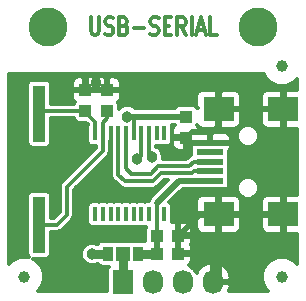
<source format=gbr>
G04 #@! TF.FileFunction,Copper,L1,Top,Signal*
%FSLAX46Y46*%
G04 Gerber Fmt 4.6, Leading zero omitted, Abs format (unit mm)*
G04 Created by KiCad (PCBNEW 0.201504271001+5626~23~ubuntu14.10.1-product) date Wed 29 Apr 2015 11:06:03 EEST*
%MOMM*%
G01*
G04 APERTURE LIST*
%ADD10C,0.100000*%
%ADD11C,0.300000*%
%ADD12C,1.000000*%
%ADD13R,0.381000X1.270000*%
%ADD14R,1.016000X1.016000*%
%ADD15R,1.727200X2.032000*%
%ADD16O,1.727200X2.032000*%
%ADD17C,3.300000*%
%ADD18R,0.889000X1.270000*%
%ADD19R,1.143000X1.270000*%
%ADD20R,2.301240X0.500380*%
%ADD21R,2.499360X1.998980*%
%ADD22R,1.100000X4.826000*%
%ADD23C,0.965200*%
%ADD24C,0.304800*%
%ADD25C,0.508000*%
%ADD26C,0.762000*%
%ADD27C,0.406400*%
G04 APERTURE END LIST*
D10*
D11*
X157302857Y-107128571D02*
X157302857Y-108342857D01*
X157360000Y-108485714D01*
X157417143Y-108557143D01*
X157531429Y-108628571D01*
X157760000Y-108628571D01*
X157874286Y-108557143D01*
X157931429Y-108485714D01*
X157988572Y-108342857D01*
X157988572Y-107128571D01*
X158502857Y-108557143D02*
X158674286Y-108628571D01*
X158960000Y-108628571D01*
X159074286Y-108557143D01*
X159131429Y-108485714D01*
X159188572Y-108342857D01*
X159188572Y-108200000D01*
X159131429Y-108057143D01*
X159074286Y-107985714D01*
X158960000Y-107914286D01*
X158731429Y-107842857D01*
X158617143Y-107771429D01*
X158560000Y-107700000D01*
X158502857Y-107557143D01*
X158502857Y-107414286D01*
X158560000Y-107271429D01*
X158617143Y-107200000D01*
X158731429Y-107128571D01*
X159017143Y-107128571D01*
X159188572Y-107200000D01*
X160102857Y-107842857D02*
X160274286Y-107914286D01*
X160331429Y-107985714D01*
X160388572Y-108128571D01*
X160388572Y-108342857D01*
X160331429Y-108485714D01*
X160274286Y-108557143D01*
X160160000Y-108628571D01*
X159702857Y-108628571D01*
X159702857Y-107128571D01*
X160102857Y-107128571D01*
X160217143Y-107200000D01*
X160274286Y-107271429D01*
X160331429Y-107414286D01*
X160331429Y-107557143D01*
X160274286Y-107700000D01*
X160217143Y-107771429D01*
X160102857Y-107842857D01*
X159702857Y-107842857D01*
X160902857Y-108057143D02*
X161817143Y-108057143D01*
X162331428Y-108557143D02*
X162502857Y-108628571D01*
X162788571Y-108628571D01*
X162902857Y-108557143D01*
X162960000Y-108485714D01*
X163017143Y-108342857D01*
X163017143Y-108200000D01*
X162960000Y-108057143D01*
X162902857Y-107985714D01*
X162788571Y-107914286D01*
X162560000Y-107842857D01*
X162445714Y-107771429D01*
X162388571Y-107700000D01*
X162331428Y-107557143D01*
X162331428Y-107414286D01*
X162388571Y-107271429D01*
X162445714Y-107200000D01*
X162560000Y-107128571D01*
X162845714Y-107128571D01*
X163017143Y-107200000D01*
X163531428Y-107842857D02*
X163931428Y-107842857D01*
X164102857Y-108628571D02*
X163531428Y-108628571D01*
X163531428Y-107128571D01*
X164102857Y-107128571D01*
X165302857Y-108628571D02*
X164902857Y-107914286D01*
X164617142Y-108628571D02*
X164617142Y-107128571D01*
X165074285Y-107128571D01*
X165188571Y-107200000D01*
X165245714Y-107271429D01*
X165302857Y-107414286D01*
X165302857Y-107628571D01*
X165245714Y-107771429D01*
X165188571Y-107842857D01*
X165074285Y-107914286D01*
X164617142Y-107914286D01*
X165817142Y-108628571D02*
X165817142Y-107128571D01*
X166331428Y-108200000D02*
X166902857Y-108200000D01*
X166217143Y-108628571D02*
X166617143Y-107128571D01*
X167017143Y-108628571D01*
X167988571Y-108628571D02*
X167417142Y-108628571D01*
X167417142Y-107128571D01*
D12*
X151625300Y-129095500D03*
D13*
X163499800Y-116967000D03*
X162864800Y-116967000D03*
X162204400Y-116967000D03*
X161544000Y-116967000D03*
X160909000Y-116967000D03*
X160248600Y-116967000D03*
X159588200Y-116967000D03*
X158953200Y-116967000D03*
X158292800Y-116967000D03*
X157657800Y-116967000D03*
X157657800Y-123825000D03*
X158292800Y-123825000D03*
X158953200Y-123825000D03*
X159588200Y-123825000D03*
X160248600Y-123825000D03*
X160909000Y-123825000D03*
X161544000Y-123825000D03*
X162204400Y-123825000D03*
X162864800Y-123825000D03*
X163499800Y-123825000D03*
D14*
X162864800Y-127152400D03*
X164642800Y-127152400D03*
X162864800Y-125628400D03*
X164642800Y-125628400D03*
X165354000Y-115544600D03*
X165354000Y-117322600D03*
X158673800Y-115087400D03*
X158673800Y-113309400D03*
X156819600Y-115087400D03*
X156819600Y-113309400D03*
D15*
X160020000Y-129540000D03*
D16*
X162560000Y-129540000D03*
X165100000Y-129540000D03*
X167640000Y-129540000D03*
D17*
X153670000Y-107950000D03*
X171450000Y-107950000D03*
D18*
X158750000Y-127152400D03*
D19*
X160020000Y-127152400D03*
D18*
X161290000Y-127152400D03*
D20*
X167386000Y-120980200D03*
X167386000Y-120180100D03*
X167386000Y-119380000D03*
X167386000Y-118579900D03*
X167386000Y-117779800D03*
D21*
X168099740Y-123830080D03*
X173598840Y-123830080D03*
X168099740Y-114929920D03*
X173598840Y-114929920D03*
D22*
X152908000Y-124714000D03*
X152908000Y-115316000D03*
D12*
X173456600Y-111290100D03*
X173456600Y-129095500D03*
D23*
X152654000Y-119964200D03*
X158242000Y-120091200D03*
X165481000Y-118160800D03*
X155321000Y-113360200D03*
X168097200Y-125933200D03*
X173634400Y-125933200D03*
X168097200Y-113207800D03*
X157759400Y-112674400D03*
X162433000Y-118948200D03*
X161213800Y-119176800D03*
X157378400Y-127177800D03*
X160375600Y-115544600D03*
D24*
X158292800Y-116967000D02*
X158292800Y-116078000D01*
X158673800Y-115697000D02*
X158292800Y-116078000D01*
X158673800Y-115697000D02*
X158673800Y-115087400D01*
X158292800Y-117373400D02*
X158292800Y-118465600D01*
X154406600Y-124714000D02*
X152908000Y-124714000D01*
X155244800Y-123875800D02*
X154406600Y-124714000D01*
X155244800Y-121513600D02*
X155244800Y-123875800D01*
X158292800Y-118465600D02*
X155244800Y-121513600D01*
D25*
X164642800Y-127152400D02*
X164642800Y-125704600D01*
X164642800Y-125704600D02*
X166517320Y-123830080D01*
X166517320Y-123830080D02*
X168099740Y-123830080D01*
X164642800Y-125628400D02*
X164642800Y-127152400D01*
D24*
X168099740Y-127457200D02*
X167995600Y-127457200D01*
X167995600Y-127457200D02*
X168099740Y-127457200D01*
X154051000Y-120015000D02*
X152704800Y-120015000D01*
X152704800Y-120015000D02*
X152654000Y-119964200D01*
X158953200Y-119380000D02*
X158242000Y-120091200D01*
X165481000Y-118160800D02*
X165557200Y-118084600D01*
X167640000Y-129540000D02*
X167640000Y-129260600D01*
X156819600Y-113309400D02*
X155371800Y-113309400D01*
X155371800Y-113309400D02*
X155321000Y-113360200D01*
X158953200Y-117373400D02*
X158953200Y-119380000D01*
X165938200Y-117906800D02*
X165354000Y-117322600D01*
X165557200Y-118084600D02*
X165938200Y-117906800D01*
X173598840Y-123830080D02*
X173598840Y-125897640D01*
X168099740Y-125930660D02*
X168099740Y-123830080D01*
X168097200Y-125933200D02*
X168099740Y-125930660D01*
X173598840Y-125897640D02*
X173634400Y-125933200D01*
D25*
X157759400Y-113309400D02*
X157759400Y-112674400D01*
D24*
X168099740Y-113210340D02*
X168099740Y-114929920D01*
X168097200Y-113207800D02*
X168099740Y-113210340D01*
D25*
X156819600Y-113309400D02*
X157759400Y-113309400D01*
X157759400Y-113309400D02*
X158673800Y-113309400D01*
X168099740Y-114929920D02*
X168099740Y-116380260D01*
X168099740Y-116380260D02*
X167640000Y-116840000D01*
X167640000Y-116840000D02*
X165836600Y-116840000D01*
D24*
X165836600Y-116840000D02*
X165354000Y-117322600D01*
D25*
X168000680Y-117779800D02*
X165811200Y-117779800D01*
X165811200Y-117779800D02*
X165354000Y-117322600D01*
X173598840Y-114929920D02*
X173598840Y-123830080D01*
D24*
X167640000Y-129540000D02*
X167640000Y-129286000D01*
D25*
X168099740Y-123830080D02*
X168099740Y-127457200D01*
X168099740Y-127457200D02*
X168099740Y-129080260D01*
X168099740Y-129080260D02*
X167640000Y-129540000D01*
X168099740Y-114929920D02*
X173598840Y-114929920D01*
D24*
X157657800Y-116967000D02*
X157657800Y-115976400D01*
X157657800Y-115976400D02*
X156819600Y-115138200D01*
X156819600Y-115087400D02*
X156819600Y-115138200D01*
X156819600Y-115087400D02*
X153136600Y-115087400D01*
X153136600Y-115087400D02*
X152908000Y-115316000D01*
X162204400Y-117373400D02*
X162204400Y-118719600D01*
X162204400Y-118719600D02*
X162433000Y-118948200D01*
X161544000Y-117373400D02*
X161544000Y-118846600D01*
X161544000Y-118846600D02*
X161213800Y-119176800D01*
X168000680Y-119380000D02*
X165988996Y-119380000D01*
X160248600Y-119938800D02*
X160248600Y-117373400D01*
X160705800Y-120396000D02*
X160248600Y-119938800D01*
X162359784Y-120396000D02*
X160705800Y-120396000D01*
X162994788Y-119760996D02*
X162359784Y-120396000D01*
X165608000Y-119760996D02*
X162994788Y-119760996D01*
X165988996Y-119380000D02*
X165608000Y-119760996D01*
X159588200Y-117373400D02*
X159588200Y-120472200D01*
X163226252Y-120319798D02*
X162515050Y-121031000D01*
X162515050Y-121031000D02*
X160147000Y-121031000D01*
X160147000Y-121031000D02*
X159588200Y-120472200D01*
X166001698Y-120180100D02*
X168000680Y-120180100D01*
X165862000Y-120319798D02*
X163677600Y-120319798D01*
X166001698Y-120180100D02*
X165862000Y-120319798D01*
X163677600Y-120319798D02*
X163226252Y-120319798D01*
D25*
X165354000Y-115544600D02*
X160375600Y-115544600D01*
D26*
X157403800Y-127152400D02*
X157378400Y-127177800D01*
X157403800Y-127152400D02*
X158750000Y-127152400D01*
D25*
X165354000Y-115544600D02*
X161442400Y-115544600D01*
D24*
X161442400Y-115544600D02*
X160909000Y-115544600D01*
X160909000Y-115544600D02*
X160909000Y-115544600D01*
X160909000Y-115544600D02*
X160909000Y-116967000D01*
D26*
X160020000Y-127152400D02*
X160020000Y-129540000D01*
D27*
X160045400Y-129514600D02*
X160020000Y-129540000D01*
D26*
X161290000Y-127152400D02*
X162864800Y-127152400D01*
D25*
X162839400Y-125603000D02*
X162864800Y-125628400D01*
X162864800Y-125628400D02*
X162864800Y-126593600D01*
X162864800Y-126593600D02*
X162864800Y-127152400D01*
D24*
X162864800Y-123825000D02*
X162864800Y-125628400D01*
D25*
X168000680Y-120980200D02*
X164769800Y-120980200D01*
D24*
X162864800Y-122885200D02*
X162864800Y-124231400D01*
D25*
X164769800Y-120980200D02*
X162864800Y-122885200D01*
D24*
X158940351Y-117647401D02*
X158940351Y-117647401D01*
X158902400Y-117891241D02*
X158978600Y-117891241D01*
X158902400Y-118135081D02*
X158978600Y-118135081D01*
X158902400Y-118378921D02*
X158978600Y-118378921D01*
X158871139Y-118622761D02*
X158978600Y-118622761D01*
X158743932Y-118866601D02*
X158978600Y-118866601D01*
X158510063Y-119110441D02*
X158978600Y-119110441D01*
X158266223Y-119354281D02*
X158978600Y-119354281D01*
X158022383Y-119598121D02*
X158978600Y-119598121D01*
X157778543Y-119841961D02*
X158978600Y-119841961D01*
X157534703Y-120085801D02*
X158978600Y-120085801D01*
X157290863Y-120329641D02*
X158978600Y-120329641D01*
X157047023Y-120573481D02*
X158998747Y-120573481D01*
X156803183Y-120817321D02*
X159099731Y-120817321D01*
X156559343Y-121061161D02*
X159315057Y-121061161D01*
X163346993Y-121061161D02*
X163683051Y-121061161D01*
X156315503Y-121305001D02*
X159558897Y-121305001D01*
X163103153Y-121305001D02*
X163439211Y-121305001D01*
X156071663Y-121548841D02*
X159845837Y-121548841D01*
X162816214Y-121548841D02*
X163195371Y-121548841D01*
X155854400Y-121792681D02*
X162951531Y-121792681D01*
X155854400Y-122036521D02*
X162707691Y-122036521D01*
X155854400Y-122280361D02*
X162463851Y-122280361D01*
X155854400Y-122524201D02*
X162267094Y-122524201D01*
X155854400Y-122768041D02*
X157277178Y-122768041D01*
X155854400Y-123011881D02*
X157036863Y-123011881D01*
X155854400Y-123255721D02*
X157001143Y-123255721D01*
X155854400Y-123499561D02*
X157001143Y-123499561D01*
X155854400Y-123743401D02*
X157001143Y-123743401D01*
X155832234Y-123987241D02*
X157001143Y-123987241D01*
X155726481Y-124231081D02*
X157001143Y-124231081D01*
X155507783Y-124474921D02*
X157004039Y-124474921D01*
X155263943Y-124718761D02*
X157090430Y-124718761D01*
X155020103Y-124962601D02*
X161922288Y-124962601D01*
X154745778Y-125206441D02*
X161890643Y-125206441D01*
X153924157Y-125450281D02*
X161890643Y-125450281D01*
X153924157Y-125694121D02*
X161890643Y-125694121D01*
X153924157Y-125937961D02*
X161890643Y-125937961D01*
X153924157Y-126181801D02*
X157983910Y-126181801D01*
X153924157Y-126425641D02*
X156801633Y-126425641D01*
X153924157Y-126669481D02*
X156571872Y-126669481D01*
X153924157Y-126913321D02*
X156470620Y-126913321D01*
X153918109Y-127157161D02*
X156438617Y-127157161D01*
X153824486Y-127401001D02*
X156453760Y-127401001D01*
X152482301Y-127644841D02*
X156554513Y-127644841D01*
X152778003Y-127888681D02*
X156760122Y-127888681D01*
X153021418Y-128132521D02*
X157999849Y-128132521D01*
X153133369Y-128376361D02*
X158719851Y-128376361D01*
X153234121Y-128620201D02*
X158690243Y-128620201D01*
X153293903Y-128864041D02*
X158690243Y-128864041D01*
X153293690Y-129107881D02*
X158690243Y-129107881D01*
X153293478Y-129351721D02*
X158690243Y-129351721D01*
X153224174Y-129595561D02*
X158690243Y-129595561D01*
X153122923Y-129839401D02*
X158690243Y-129839401D01*
X152997370Y-130083241D02*
X158690243Y-130083241D01*
X164141672Y-116255800D02*
X164432632Y-116255800D01*
X164156457Y-116499640D02*
X164261648Y-116499640D01*
X164156457Y-116743480D02*
X164185600Y-116743480D01*
X164156457Y-116987320D02*
X164185600Y-116987320D01*
X164156457Y-117231160D02*
X165475600Y-117231160D01*
X164156457Y-117475000D02*
X164299900Y-117475000D01*
X165252400Y-117475000D02*
X165455600Y-117475000D01*
X164133026Y-117718840D02*
X164185600Y-117718840D01*
X165252400Y-117718840D02*
X165455600Y-117718840D01*
X163973709Y-117962680D02*
X164185898Y-117962680D01*
X165252400Y-117962680D02*
X165455600Y-117962680D01*
X163020532Y-118206520D02*
X164287974Y-118206520D01*
X165252400Y-118206520D02*
X165455600Y-118206520D01*
X163244161Y-118450360D02*
X164616526Y-118450360D01*
X165127940Y-118450360D02*
X165252400Y-118450360D01*
X165252400Y-118450360D02*
X165580060Y-118450360D01*
X163344914Y-118694200D02*
X165252400Y-118694200D01*
X165252400Y-118694200D02*
X165769223Y-118694200D01*
X163372810Y-118938040D02*
X165252400Y-118938040D01*
X165252400Y-118938040D02*
X165574268Y-118938040D01*
X150367200Y-111912400D02*
X171908517Y-111912400D01*
X150367200Y-112156240D02*
X156143446Y-112156240D01*
X156568140Y-112156240D02*
X157071060Y-112156240D01*
X157495753Y-112156240D02*
X157997646Y-112156240D01*
X158422340Y-112156240D02*
X158925260Y-112156240D01*
X159349953Y-112156240D02*
X172009270Y-112156240D01*
X150367200Y-112400080D02*
X155778973Y-112400080D01*
X156718000Y-112400080D02*
X156921200Y-112400080D01*
X158572200Y-112400080D02*
X158775400Y-112400080D01*
X159714426Y-112400080D02*
X172207227Y-112400080D01*
X174706217Y-112400080D02*
X174752800Y-112400080D01*
X150367200Y-112643920D02*
X151981443Y-112643920D01*
X153834660Y-112643920D02*
X155662018Y-112643920D01*
X156718000Y-112643920D02*
X156921200Y-112643920D01*
X158572200Y-112643920D02*
X158775400Y-112643920D01*
X159831381Y-112643920D02*
X172450642Y-112643920D01*
X174461952Y-112643920D02*
X174752800Y-112643920D01*
X150367200Y-112887760D02*
X151894899Y-112887760D01*
X153921200Y-112887760D02*
X155651200Y-112887760D01*
X156718000Y-112887760D02*
X156921200Y-112887760D01*
X158572200Y-112887760D02*
X158775400Y-112887760D01*
X159842200Y-112887760D02*
X172953617Y-112887760D01*
X173958913Y-112887760D02*
X174752800Y-112887760D01*
X150367200Y-113131600D02*
X151891843Y-113131600D01*
X153924157Y-113131600D02*
X155740100Y-113131600D01*
X156718000Y-113131600D02*
X156921200Y-113131600D01*
X158572200Y-113131600D02*
X158775400Y-113131600D01*
X159753300Y-113131600D02*
X159842200Y-113131600D01*
X159842200Y-113131600D02*
X174752800Y-113131600D01*
X150367200Y-113375440D02*
X151891843Y-113375440D01*
X153924157Y-113375440D02*
X156718000Y-113375440D01*
X156718000Y-113375440D02*
X158572200Y-113375440D01*
X158572200Y-113375440D02*
X159842200Y-113375440D01*
X159842200Y-113375440D02*
X166471103Y-113375440D01*
X167938450Y-113375440D02*
X168261030Y-113375440D01*
X169728376Y-113375440D02*
X171970203Y-113375440D01*
X173437550Y-113375440D02*
X173760130Y-113375440D01*
X150367200Y-113619280D02*
X151891843Y-113619280D01*
X153924157Y-113619280D02*
X155651200Y-113619280D01*
X159842200Y-113619280D02*
X166264131Y-113619280D01*
X167998140Y-113619280D02*
X168201340Y-113619280D01*
X169935348Y-113619280D02*
X171763231Y-113619280D01*
X173497240Y-113619280D02*
X173700440Y-113619280D01*
X150367200Y-113863120D02*
X151891843Y-113863120D01*
X153924157Y-113863120D02*
X155651200Y-113863120D01*
X159842200Y-113863120D02*
X166189660Y-113863120D01*
X167998140Y-113863120D02*
X168201340Y-113863120D01*
X170009820Y-113863120D02*
X171688760Y-113863120D01*
X173497240Y-113863120D02*
X173700440Y-113863120D01*
X150367200Y-114106960D02*
X151891843Y-114106960D01*
X153924157Y-114106960D02*
X155716728Y-114106960D01*
X159776673Y-114106960D02*
X166189660Y-114106960D01*
X167998140Y-114106960D02*
X168201340Y-114106960D01*
X170009820Y-114106960D02*
X171688760Y-114106960D01*
X173497240Y-114106960D02*
X173700440Y-114106960D01*
X150367200Y-114350800D02*
X151891843Y-114350800D01*
X153924157Y-114350800D02*
X155911054Y-114350800D01*
X159582346Y-114350800D02*
X166189660Y-114350800D01*
X167998140Y-114350800D02*
X168201340Y-114350800D01*
X170009820Y-114350800D02*
X171688760Y-114350800D01*
X173497240Y-114350800D02*
X173700440Y-114350800D01*
X150367200Y-114594640D02*
X151891843Y-114594640D01*
X159647957Y-114594640D02*
X164721288Y-114594640D01*
X165982656Y-114594640D02*
X166189660Y-114594640D01*
X167998140Y-114594640D02*
X168201340Y-114594640D01*
X170009820Y-114594640D02*
X171688760Y-114594640D01*
X173497240Y-114594640D02*
X173700440Y-114594640D01*
X150367200Y-114838480D02*
X151891843Y-114838480D01*
X159647957Y-114838480D02*
X159752713Y-114838480D01*
X167978140Y-114838480D02*
X170009820Y-114838480D01*
X170009820Y-114838480D02*
X173497240Y-114838480D01*
X173497240Y-114838480D02*
X173720440Y-114838480D01*
X150367200Y-115082320D02*
X151891843Y-115082320D01*
X167998140Y-115082320D02*
X168201340Y-115082320D01*
X169895520Y-115082320D02*
X170009820Y-115082320D01*
X170009820Y-115082320D02*
X171803060Y-115082320D01*
X173497240Y-115082320D02*
X173700440Y-115082320D01*
X150367200Y-115326160D02*
X151891843Y-115326160D01*
X167998140Y-115326160D02*
X168201340Y-115326160D01*
X170009820Y-115326160D02*
X171688760Y-115326160D01*
X173497240Y-115326160D02*
X173700440Y-115326160D01*
X150367200Y-115570000D02*
X151891843Y-115570000D01*
X167998140Y-115570000D02*
X168201340Y-115570000D01*
X170009820Y-115570000D02*
X171688760Y-115570000D01*
X173497240Y-115570000D02*
X173700440Y-115570000D01*
X150367200Y-115813840D02*
X151891843Y-115813840D01*
X153924157Y-115813840D02*
X155908244Y-115813840D01*
X167998140Y-115813840D02*
X168201340Y-115813840D01*
X170009820Y-115813840D02*
X171688760Y-115813840D01*
X173497240Y-115813840D02*
X173700440Y-115813840D01*
X150367200Y-116057680D02*
X151891843Y-116057680D01*
X153924157Y-116057680D02*
X156292268Y-116057680D01*
X167998140Y-116057680D02*
X168201340Y-116057680D01*
X170009820Y-116057680D02*
X171688760Y-116057680D01*
X173497240Y-116057680D02*
X173700440Y-116057680D01*
X150367200Y-116301520D02*
X151891843Y-116301520D01*
X153924157Y-116301520D02*
X157007255Y-116301520D01*
X166282866Y-116301520D02*
X166289382Y-116301520D01*
X167998140Y-116301520D02*
X168201340Y-116301520D01*
X169910099Y-116301520D02*
X170009820Y-116301520D01*
X170009820Y-116301520D02*
X170351521Y-116301520D01*
X170847167Y-116301520D02*
X171788482Y-116301520D01*
X173497240Y-116301520D02*
X173700440Y-116301520D01*
X150367200Y-116545360D02*
X151891843Y-116545360D01*
X153924157Y-116545360D02*
X157001143Y-116545360D01*
X166465289Y-116545360D02*
X166611387Y-116545360D01*
X167877490Y-116545360D02*
X168321990Y-116545360D01*
X169588094Y-116545360D02*
X169951707Y-116545360D01*
X171246470Y-116545360D02*
X172110487Y-116545360D01*
X173376590Y-116545360D02*
X173497240Y-116545360D01*
X173497240Y-116545360D02*
X173821090Y-116545360D01*
X150367200Y-116789200D02*
X151891843Y-116789200D01*
X153924157Y-116789200D02*
X157001143Y-116789200D01*
X166522400Y-116789200D02*
X169779676Y-116789200D01*
X171418613Y-116789200D02*
X173497240Y-116789200D01*
X173497240Y-116789200D02*
X174752800Y-116789200D01*
X150367200Y-117033040D02*
X151891843Y-117033040D01*
X153924157Y-117033040D02*
X157001143Y-117033040D01*
X167283130Y-117033040D02*
X167488870Y-117033040D01*
X168973996Y-117033040D02*
X169692448Y-117033040D01*
X171506009Y-117033040D02*
X171506037Y-117033040D01*
X171506037Y-117033040D02*
X173497240Y-117033040D01*
X173497240Y-117033040D02*
X174752800Y-117033040D01*
X150367200Y-117276880D02*
X151891843Y-117276880D01*
X153924157Y-117276880D02*
X157001143Y-117276880D01*
X167284400Y-117276880D02*
X167487600Y-117276880D01*
X169146747Y-117276880D02*
X169692235Y-117276880D01*
X171505796Y-117276880D02*
X171506037Y-117276880D01*
X171506037Y-117276880D02*
X173497240Y-117276880D01*
X173497240Y-117276880D02*
X174752800Y-117276880D01*
X150367200Y-117520720D02*
X151891843Y-117520720D01*
X153924157Y-117520720D02*
X157001143Y-117520720D01*
X167284400Y-117520720D02*
X167487600Y-117520720D01*
X169189400Y-117520720D02*
X169197020Y-117520720D01*
X169197020Y-117520720D02*
X169758597Y-117520720D01*
X171439618Y-117520720D02*
X171506037Y-117520720D01*
X171506037Y-117520720D02*
X173497240Y-117520720D01*
X173497240Y-117520720D02*
X174752800Y-117520720D01*
X150367200Y-117764560D02*
X151898743Y-117764560D01*
X153917026Y-117764560D02*
X157032684Y-117764560D01*
X167264400Y-117764560D02*
X169197020Y-117764560D01*
X169197020Y-117764560D02*
X169901018Y-117764560D01*
X171297381Y-117764560D02*
X171506037Y-117764560D01*
X171506037Y-117764560D02*
X173497240Y-117764560D01*
X173497240Y-117764560D02*
X174752800Y-117764560D01*
X150367200Y-118008400D02*
X151994688Y-118008400D01*
X153820841Y-118008400D02*
X157252432Y-118008400D01*
X169158920Y-118008400D02*
X169197020Y-118008400D01*
X169197020Y-118008400D02*
X170228692Y-118008400D01*
X170969624Y-118008400D02*
X171506037Y-118008400D01*
X171506037Y-118008400D02*
X173497240Y-118008400D01*
X173497240Y-118008400D02*
X174752800Y-118008400D01*
X150367200Y-118252240D02*
X157644056Y-118252240D01*
X169159373Y-118252240D02*
X171506037Y-118252240D01*
X171506037Y-118252240D02*
X173497240Y-118252240D01*
X173497240Y-118252240D02*
X174752800Y-118252240D01*
X150367200Y-118496080D02*
X157400216Y-118496080D01*
X169004476Y-118496080D02*
X171506037Y-118496080D01*
X171506037Y-118496080D02*
X173497240Y-118496080D01*
X173497240Y-118496080D02*
X174752800Y-118496080D01*
X150367200Y-118739920D02*
X157156376Y-118739920D01*
X169002777Y-118739920D02*
X171506037Y-118739920D01*
X171506037Y-118739920D02*
X173497240Y-118739920D01*
X173497240Y-118739920D02*
X174752800Y-118739920D01*
X150367200Y-118983760D02*
X156912536Y-118983760D01*
X168974439Y-118983760D02*
X171506037Y-118983760D01*
X171506037Y-118983760D02*
X173497240Y-118983760D01*
X173497240Y-118983760D02*
X174752800Y-118983760D01*
X150367200Y-119227600D02*
X156668696Y-119227600D01*
X169002777Y-119227600D02*
X171506037Y-119227600D01*
X171506037Y-119227600D02*
X173497240Y-119227600D01*
X173497240Y-119227600D02*
X174752800Y-119227600D01*
X150367200Y-119471440D02*
X156424856Y-119471440D01*
X169002777Y-119471440D02*
X171506037Y-119471440D01*
X171506037Y-119471440D02*
X173497240Y-119471440D01*
X173497240Y-119471440D02*
X174752800Y-119471440D01*
X150367200Y-119715280D02*
X156181016Y-119715280D01*
X168985713Y-119715280D02*
X171506037Y-119715280D01*
X171506037Y-119715280D02*
X173497240Y-119715280D01*
X173497240Y-119715280D02*
X174752800Y-119715280D01*
X150367200Y-119959120D02*
X155937176Y-119959120D01*
X169002777Y-119959120D02*
X171506037Y-119959120D01*
X171506037Y-119959120D02*
X173497240Y-119959120D01*
X173497240Y-119959120D02*
X174752800Y-119959120D01*
X150367200Y-120202960D02*
X155693336Y-120202960D01*
X169002777Y-120202960D02*
X171506037Y-120202960D01*
X171506037Y-120202960D02*
X173497240Y-120202960D01*
X173497240Y-120202960D02*
X174752800Y-120202960D01*
X150367200Y-120446800D02*
X155449496Y-120446800D01*
X168999466Y-120446800D02*
X171506037Y-120446800D01*
X171506037Y-120446800D02*
X173497240Y-120446800D01*
X173497240Y-120446800D02*
X174752800Y-120446800D01*
X150367200Y-120690640D02*
X155205656Y-120690640D01*
X168995138Y-120690640D02*
X170376110Y-120690640D01*
X170822699Y-120690640D02*
X171506037Y-120690640D01*
X171506037Y-120690640D02*
X173497240Y-120690640D01*
X173497240Y-120690640D02*
X174752800Y-120690640D01*
X150367200Y-120934480D02*
X154961816Y-120934480D01*
X169002777Y-120934480D02*
X169961885Y-120934480D01*
X171236328Y-120934480D02*
X171506037Y-120934480D01*
X171506037Y-120934480D02*
X173497240Y-120934480D01*
X173497240Y-120934480D02*
X174752800Y-120934480D01*
X150367200Y-121178320D02*
X154749754Y-121178320D01*
X169002777Y-121178320D02*
X169783895Y-121178320D01*
X171414415Y-121178320D02*
X171506037Y-121178320D01*
X171506037Y-121178320D02*
X173497240Y-121178320D01*
X173497240Y-121178320D02*
X174752800Y-121178320D01*
X150367200Y-121422160D02*
X154653388Y-121422160D01*
X168958612Y-121422160D02*
X169692457Y-121422160D01*
X171506018Y-121422160D02*
X171506037Y-121422160D01*
X171506037Y-121422160D02*
X173497240Y-121422160D01*
X173497240Y-121422160D02*
X174752800Y-121422160D01*
X150367200Y-121666000D02*
X154635200Y-121666000D01*
X168694060Y-121666000D02*
X169692244Y-121666000D01*
X171505805Y-121666000D02*
X171506037Y-121666000D01*
X171506037Y-121666000D02*
X173497240Y-121666000D01*
X173497240Y-121666000D02*
X174752800Y-121666000D01*
X150367200Y-121909840D02*
X152120992Y-121909840D01*
X153695445Y-121909840D02*
X154635200Y-121909840D01*
X164845948Y-121909840D02*
X169754399Y-121909840D01*
X171443836Y-121909840D02*
X171506037Y-121909840D01*
X171506037Y-121909840D02*
X173497240Y-121909840D01*
X173497240Y-121909840D02*
X174752800Y-121909840D01*
X150367200Y-122153680D02*
X151921387Y-122153680D01*
X153895573Y-122153680D02*
X154635200Y-122153680D01*
X164602108Y-122153680D02*
X169890876Y-122153680D01*
X171307559Y-122153680D02*
X171506037Y-122153680D01*
X171506037Y-122153680D02*
X173497240Y-122153680D01*
X173497240Y-122153680D02*
X174752800Y-122153680D01*
X150367200Y-122397520D02*
X151891843Y-122397520D01*
X153924157Y-122397520D02*
X154635200Y-122397520D01*
X164358268Y-122397520D02*
X166349183Y-122397520D01*
X167998140Y-122397520D02*
X168201340Y-122397520D01*
X169850296Y-122397520D02*
X170204224Y-122397520D01*
X170994214Y-122397520D02*
X171506037Y-122397520D01*
X171506037Y-122397520D02*
X171848283Y-122397520D01*
X173497240Y-122397520D02*
X173700440Y-122397520D01*
X150367200Y-122641360D02*
X151891843Y-122641360D01*
X153924157Y-122641360D02*
X154635200Y-122641360D01*
X164114428Y-122641360D02*
X166213630Y-122641360D01*
X167998140Y-122641360D02*
X168201340Y-122641360D01*
X169985849Y-122641360D02*
X171506037Y-122641360D01*
X171506037Y-122641360D02*
X171712730Y-122641360D01*
X173497240Y-122641360D02*
X173700440Y-122641360D01*
X150367200Y-122885200D02*
X151891843Y-122885200D01*
X153924157Y-122885200D02*
X154635200Y-122885200D01*
X164036927Y-122885200D02*
X166189660Y-122885200D01*
X167998140Y-122885200D02*
X168201340Y-122885200D01*
X170009820Y-122885200D02*
X171506037Y-122885200D01*
X171506037Y-122885200D02*
X171688760Y-122885200D01*
X173497240Y-122885200D02*
X173700440Y-122885200D01*
X150367200Y-123129040D02*
X151891843Y-123129040D01*
X153924157Y-123129040D02*
X154635200Y-123129040D01*
X164144629Y-123129040D02*
X166189660Y-123129040D01*
X167998140Y-123129040D02*
X168201340Y-123129040D01*
X170009820Y-123129040D02*
X171506037Y-123129040D01*
X171506037Y-123129040D02*
X171688760Y-123129040D01*
X173497240Y-123129040D02*
X173700440Y-123129040D01*
X150367200Y-123372880D02*
X151891843Y-123372880D01*
X153924157Y-123372880D02*
X154635200Y-123372880D01*
X164156457Y-123372880D02*
X166189660Y-123372880D01*
X167998140Y-123372880D02*
X168201340Y-123372880D01*
X170009820Y-123372880D02*
X171506037Y-123372880D01*
X171506037Y-123372880D02*
X171688760Y-123372880D01*
X173497240Y-123372880D02*
X173700440Y-123372880D01*
X150367200Y-123616720D02*
X151891843Y-123616720D01*
X153924157Y-123616720D02*
X154635200Y-123616720D01*
X164156457Y-123616720D02*
X166243000Y-123616720D01*
X167998140Y-123616720D02*
X168201340Y-123616720D01*
X169956480Y-123616720D02*
X170009820Y-123616720D01*
X170009820Y-123616720D02*
X171506037Y-123616720D01*
X171506037Y-123616720D02*
X171742100Y-123616720D01*
X173497240Y-123616720D02*
X173700440Y-123616720D01*
X150367200Y-123860560D02*
X151891843Y-123860560D01*
X153924157Y-123860560D02*
X154397936Y-123860560D01*
X164156457Y-123860560D02*
X167998140Y-123860560D01*
X167998140Y-123860560D02*
X170009820Y-123860560D01*
X170009820Y-123860560D02*
X171506037Y-123860560D01*
X171506037Y-123860560D02*
X173497240Y-123860560D01*
X173497240Y-123860560D02*
X173720440Y-123860560D01*
X150367200Y-124104400D02*
X151891843Y-124104400D01*
X164156457Y-124104400D02*
X166189660Y-124104400D01*
X167998140Y-124104400D02*
X168201340Y-124104400D01*
X170009820Y-124104400D02*
X171506037Y-124104400D01*
X171506037Y-124104400D02*
X171688760Y-124104400D01*
X173497240Y-124104400D02*
X173700440Y-124104400D01*
X150367200Y-124348240D02*
X151891843Y-124348240D01*
X164156457Y-124348240D02*
X166189660Y-124348240D01*
X167998140Y-124348240D02*
X168201340Y-124348240D01*
X170009820Y-124348240D02*
X171506037Y-124348240D01*
X171506037Y-124348240D02*
X171688760Y-124348240D01*
X173497240Y-124348240D02*
X173700440Y-124348240D01*
X150367200Y-124592080D02*
X151891843Y-124592080D01*
X164508180Y-124592080D02*
X164777420Y-124592080D01*
X165556426Y-124592080D02*
X166189660Y-124592080D01*
X167998140Y-124592080D02*
X168201340Y-124592080D01*
X170009820Y-124592080D02*
X171506037Y-124592080D01*
X171506037Y-124592080D02*
X171688760Y-124592080D01*
X173497240Y-124592080D02*
X173700440Y-124592080D01*
X150367200Y-124835920D02*
X151891843Y-124835920D01*
X164541200Y-124835920D02*
X164744400Y-124835920D01*
X165747776Y-124835920D02*
X166189660Y-124835920D01*
X167998140Y-124835920D02*
X168201340Y-124835920D01*
X170009820Y-124835920D02*
X171506037Y-124835920D01*
X171506037Y-124835920D02*
X171688760Y-124835920D01*
X173497240Y-124835920D02*
X173700440Y-124835920D01*
X150367200Y-125079760D02*
X151891843Y-125079760D01*
X164541200Y-125079760D02*
X164744400Y-125079760D01*
X165811200Y-125079760D02*
X166238881Y-125079760D01*
X167998140Y-125079760D02*
X168201340Y-125079760D01*
X169960600Y-125079760D02*
X170009820Y-125079760D01*
X170009820Y-125079760D02*
X171506037Y-125079760D01*
X171506037Y-125079760D02*
X171737981Y-125079760D01*
X173497240Y-125079760D02*
X173700440Y-125079760D01*
X150367200Y-125323600D02*
X151891843Y-125323600D01*
X164541200Y-125323600D02*
X164744400Y-125323600D01*
X165811200Y-125323600D02*
X166410144Y-125323600D01*
X167998140Y-125323600D02*
X168201340Y-125323600D01*
X169789337Y-125323600D02*
X170009820Y-125323600D01*
X170009820Y-125323600D02*
X171506037Y-125323600D01*
X171506037Y-125323600D02*
X171909244Y-125323600D01*
X173497240Y-125323600D02*
X173700440Y-125323600D01*
X150367200Y-125567440D02*
X151891843Y-125567440D01*
X164521200Y-125567440D02*
X165811200Y-125567440D01*
X165811200Y-125567440D02*
X167998140Y-125567440D01*
X167998140Y-125567440D02*
X170009820Y-125567440D01*
X170009820Y-125567440D02*
X171506037Y-125567440D01*
X171506037Y-125567440D02*
X173497240Y-125567440D01*
X173497240Y-125567440D02*
X174752800Y-125567440D01*
X150367200Y-125811280D02*
X151891843Y-125811280D01*
X164541200Y-125811280D02*
X164744400Y-125811280D01*
X165727380Y-125811280D02*
X165811200Y-125811280D01*
X165811200Y-125811280D02*
X167998140Y-125811280D01*
X167998140Y-125811280D02*
X170009820Y-125811280D01*
X170009820Y-125811280D02*
X171506037Y-125811280D01*
X171506037Y-125811280D02*
X173497240Y-125811280D01*
X173497240Y-125811280D02*
X174752800Y-125811280D01*
X150367200Y-126055120D02*
X151891843Y-126055120D01*
X164541200Y-126055120D02*
X164744400Y-126055120D01*
X165811200Y-126055120D02*
X167998140Y-126055120D01*
X167998140Y-126055120D02*
X170009820Y-126055120D01*
X170009820Y-126055120D02*
X171506037Y-126055120D01*
X171506037Y-126055120D02*
X173497240Y-126055120D01*
X173497240Y-126055120D02*
X174752800Y-126055120D01*
X150367200Y-126298960D02*
X151891843Y-126298960D01*
X164541200Y-126298960D02*
X164744400Y-126298960D01*
X165798277Y-126298960D02*
X167998140Y-126298960D01*
X167998140Y-126298960D02*
X170009820Y-126298960D01*
X170009820Y-126298960D02*
X171506037Y-126298960D01*
X171506037Y-126298960D02*
X173497240Y-126298960D01*
X173497240Y-126298960D02*
X174752800Y-126298960D01*
X150367200Y-126542800D02*
X151891843Y-126542800D01*
X164541200Y-126542800D02*
X164744400Y-126542800D01*
X165811200Y-126542800D02*
X167998140Y-126542800D01*
X167998140Y-126542800D02*
X170009820Y-126542800D01*
X170009820Y-126542800D02*
X171506037Y-126542800D01*
X171506037Y-126542800D02*
X173497240Y-126542800D01*
X173497240Y-126542800D02*
X174752800Y-126542800D01*
X150367200Y-126786640D02*
X151891843Y-126786640D01*
X164541200Y-126786640D02*
X164744400Y-126786640D01*
X165811200Y-126786640D02*
X167998140Y-126786640D01*
X167998140Y-126786640D02*
X170009820Y-126786640D01*
X170009820Y-126786640D02*
X171506037Y-126786640D01*
X171506037Y-126786640D02*
X173497240Y-126786640D01*
X173497240Y-126786640D02*
X174752800Y-126786640D01*
X150367200Y-127030480D02*
X151891843Y-127030480D01*
X164541200Y-127030480D02*
X164744400Y-127030480D01*
X165666420Y-127030480D02*
X165811200Y-127030480D01*
X165811200Y-127030480D02*
X167998140Y-127030480D01*
X167998140Y-127030480D02*
X170009820Y-127030480D01*
X170009820Y-127030480D02*
X171506037Y-127030480D01*
X171506037Y-127030480D02*
X173497240Y-127030480D01*
X173497240Y-127030480D02*
X174752800Y-127030480D01*
X150367200Y-127274320D02*
X151920427Y-127274320D01*
X165666420Y-127274320D02*
X165811200Y-127274320D01*
X165811200Y-127274320D02*
X167998140Y-127274320D01*
X167998140Y-127274320D02*
X170009820Y-127274320D01*
X170009820Y-127274320D02*
X171506037Y-127274320D01*
X171506037Y-127274320D02*
X173497240Y-127274320D01*
X173497240Y-127274320D02*
X174752800Y-127274320D01*
X150367200Y-127518160D02*
X151073808Y-127518160D01*
X165811200Y-127518160D02*
X167998140Y-127518160D01*
X167998140Y-127518160D02*
X170009820Y-127518160D01*
X170009820Y-127518160D02*
X171506037Y-127518160D01*
X171506037Y-127518160D02*
X172905108Y-127518160D01*
X174008519Y-127518160D02*
X174752800Y-127518160D01*
X150367200Y-127762000D02*
X150599593Y-127762000D01*
X165811200Y-127762000D02*
X167998140Y-127762000D01*
X167998140Y-127762000D02*
X170009820Y-127762000D01*
X170009820Y-127762000D02*
X171506037Y-127762000D01*
X171506037Y-127762000D02*
X172430893Y-127762000D01*
X174482843Y-127762000D02*
X174752800Y-127762000D01*
X165722526Y-128005840D02*
X167055330Y-128005840D01*
X167490201Y-128005840D02*
X167789798Y-128005840D01*
X168224669Y-128005840D02*
X170009820Y-128005840D01*
X170009820Y-128005840D02*
X171506037Y-128005840D01*
X171506037Y-128005840D02*
X172186627Y-128005840D01*
X174726258Y-128005840D02*
X174752800Y-128005840D01*
X165771874Y-128249680D02*
X166644612Y-128249680D01*
X167538400Y-128249680D02*
X167741600Y-128249680D01*
X168635387Y-128249680D02*
X170009820Y-128249680D01*
X170009820Y-128249680D02*
X171506037Y-128249680D01*
X171506037Y-128249680D02*
X172001298Y-128249680D01*
X166079870Y-128493520D02*
X166433815Y-128493520D01*
X167538400Y-128493520D02*
X167741600Y-128493520D01*
X168846184Y-128493520D02*
X170009820Y-128493520D01*
X170009820Y-128493520D02*
X171506037Y-128493520D01*
X171506037Y-128493520D02*
X171900046Y-128493520D01*
X166242798Y-128737360D02*
X166278239Y-128737360D01*
X167538400Y-128737360D02*
X167741600Y-128737360D01*
X169001760Y-128737360D02*
X170009820Y-128737360D01*
X170009820Y-128737360D02*
X171506037Y-128737360D01*
X171506037Y-128737360D02*
X171798795Y-128737360D01*
X167538400Y-128981200D02*
X167741600Y-128981200D01*
X169082605Y-128981200D02*
X170009820Y-128981200D01*
X170009820Y-128981200D02*
X171506037Y-128981200D01*
X171506037Y-128981200D02*
X171788298Y-128981200D01*
X167538400Y-129225040D02*
X167741600Y-129225040D01*
X169138133Y-129225040D02*
X169154852Y-129225040D01*
X169154852Y-129225040D02*
X170009820Y-129225040D01*
X170009820Y-129225040D02*
X171506037Y-129225040D01*
X171506037Y-129225040D02*
X171788086Y-129225040D01*
X167518400Y-129468880D02*
X169154852Y-129468880D01*
X169154852Y-129468880D02*
X170009820Y-129468880D01*
X170009820Y-129468880D02*
X171506037Y-129468880D01*
X171506037Y-129468880D02*
X171805667Y-129468880D01*
X169046436Y-129712720D02*
X169154852Y-129712720D01*
X169154852Y-129712720D02*
X170009820Y-129712720D01*
X170009820Y-129712720D02*
X171506037Y-129712720D01*
X171506037Y-129712720D02*
X171906419Y-129712720D01*
X169129766Y-129956560D02*
X170009820Y-129956560D01*
X170009820Y-129956560D02*
X171506037Y-129956560D01*
X171506037Y-129956560D02*
X172007171Y-129956560D01*
X169048920Y-130200400D02*
X170009820Y-130200400D01*
X170009820Y-130200400D02*
X171506037Y-130200400D01*
X171506037Y-130200400D02*
X172202155Y-130200400D01*
X163814814Y-120929398D02*
X162361906Y-122382306D01*
X162207737Y-122613035D01*
X162185695Y-122723843D01*
X162013900Y-122723843D01*
X161871891Y-122751396D01*
X161734500Y-122723843D01*
X161353500Y-122723843D01*
X161224401Y-122748891D01*
X161099500Y-122723843D01*
X160718500Y-122723843D01*
X160576491Y-122751396D01*
X160439100Y-122723843D01*
X160058100Y-122723843D01*
X159916091Y-122751396D01*
X159778700Y-122723843D01*
X159397700Y-122723843D01*
X159268601Y-122748891D01*
X159143700Y-122723843D01*
X158762700Y-122723843D01*
X158620691Y-122751396D01*
X158483300Y-122723843D01*
X158102300Y-122723843D01*
X157973201Y-122748891D01*
X157848300Y-122723843D01*
X157467300Y-122723843D01*
X157292971Y-122757667D01*
X157139752Y-122858315D01*
X157037189Y-123010259D01*
X157001143Y-123190000D01*
X157001143Y-124460000D01*
X157034967Y-124634329D01*
X157135615Y-124787548D01*
X157287559Y-124890111D01*
X157467300Y-124926157D01*
X157848300Y-124926157D01*
X157977398Y-124901108D01*
X158102300Y-124926157D01*
X158483300Y-124926157D01*
X158625308Y-124898603D01*
X158762700Y-124926157D01*
X159143700Y-124926157D01*
X159272798Y-124901108D01*
X159397700Y-124926157D01*
X159778700Y-124926157D01*
X159920708Y-124898603D01*
X160058100Y-124926157D01*
X160439100Y-124926157D01*
X160581108Y-124898603D01*
X160718500Y-124926157D01*
X161099500Y-124926157D01*
X161228598Y-124901108D01*
X161353500Y-124926157D01*
X161734500Y-124926157D01*
X161876508Y-124898603D01*
X161945708Y-124912481D01*
X161926689Y-124940659D01*
X161890643Y-125120400D01*
X161890643Y-126082556D01*
X161734500Y-126051243D01*
X160845500Y-126051243D01*
X160716401Y-126076291D01*
X160591500Y-126051243D01*
X159448500Y-126051243D01*
X159319401Y-126076291D01*
X159194500Y-126051243D01*
X158305500Y-126051243D01*
X158131171Y-126085067D01*
X157977952Y-126185715D01*
X157891223Y-126314200D01*
X157749274Y-126314200D01*
X157566158Y-126238163D01*
X157192282Y-126237837D01*
X156846741Y-126380612D01*
X156582141Y-126644751D01*
X156438763Y-126990042D01*
X156438437Y-127363918D01*
X156581212Y-127709459D01*
X156845351Y-127974059D01*
X157190642Y-128117437D01*
X157564518Y-128117763D01*
X157872275Y-127990600D01*
X157892132Y-127990600D01*
X157973815Y-128114948D01*
X158125759Y-128217511D01*
X158305500Y-128253557D01*
X158787513Y-128253557D01*
X158726289Y-128344259D01*
X158690243Y-128524000D01*
X158690243Y-130302800D01*
X152777427Y-130302800D01*
X153038876Y-130041807D01*
X153293410Y-129428821D01*
X153293989Y-128765091D01*
X153040526Y-128151662D01*
X152571607Y-127681924D01*
X152357675Y-127593091D01*
X152358000Y-127593157D01*
X153458000Y-127593157D01*
X153632329Y-127559333D01*
X153785548Y-127458685D01*
X153888111Y-127306741D01*
X153924157Y-127127000D01*
X153924157Y-125323600D01*
X154406600Y-125323600D01*
X154639884Y-125277197D01*
X154837652Y-125145052D01*
X155675852Y-124306852D01*
X155807997Y-124109084D01*
X155854400Y-123875800D01*
X155854400Y-121766104D01*
X158723852Y-118896652D01*
X158855997Y-118698884D01*
X158902400Y-118465600D01*
X158902400Y-117798053D01*
X158913411Y-117781741D01*
X158940351Y-117647401D01*
X158965367Y-117776329D01*
X158978600Y-117796473D01*
X158978600Y-120472200D01*
X159025003Y-120705484D01*
X159157148Y-120903252D01*
X159715948Y-121462053D01*
X159834501Y-121541267D01*
X159913716Y-121594197D01*
X159913717Y-121594197D01*
X160147000Y-121640600D01*
X162515050Y-121640600D01*
X162748334Y-121594197D01*
X162946102Y-121462052D01*
X163478756Y-120929398D01*
X163677600Y-120929398D01*
X163814814Y-120929398D01*
X158940351Y-117647401D02*
X158940351Y-117647401D01*
X158902400Y-117891241D02*
X158978600Y-117891241D01*
X158902400Y-118135081D02*
X158978600Y-118135081D01*
X158902400Y-118378921D02*
X158978600Y-118378921D01*
X158871139Y-118622761D02*
X158978600Y-118622761D01*
X158743932Y-118866601D02*
X158978600Y-118866601D01*
X158510063Y-119110441D02*
X158978600Y-119110441D01*
X158266223Y-119354281D02*
X158978600Y-119354281D01*
X158022383Y-119598121D02*
X158978600Y-119598121D01*
X157778543Y-119841961D02*
X158978600Y-119841961D01*
X157534703Y-120085801D02*
X158978600Y-120085801D01*
X157290863Y-120329641D02*
X158978600Y-120329641D01*
X157047023Y-120573481D02*
X158998747Y-120573481D01*
X156803183Y-120817321D02*
X159099731Y-120817321D01*
X156559343Y-121061161D02*
X159315057Y-121061161D01*
X163346993Y-121061161D02*
X163683051Y-121061161D01*
X156315503Y-121305001D02*
X159558897Y-121305001D01*
X163103153Y-121305001D02*
X163439211Y-121305001D01*
X156071663Y-121548841D02*
X159845837Y-121548841D01*
X162816214Y-121548841D02*
X163195371Y-121548841D01*
X155854400Y-121792681D02*
X162951531Y-121792681D01*
X155854400Y-122036521D02*
X162707691Y-122036521D01*
X155854400Y-122280361D02*
X162463851Y-122280361D01*
X155854400Y-122524201D02*
X162267094Y-122524201D01*
X155854400Y-122768041D02*
X157277178Y-122768041D01*
X155854400Y-123011881D02*
X157036863Y-123011881D01*
X155854400Y-123255721D02*
X157001143Y-123255721D01*
X155854400Y-123499561D02*
X157001143Y-123499561D01*
X155854400Y-123743401D02*
X157001143Y-123743401D01*
X155832234Y-123987241D02*
X157001143Y-123987241D01*
X155726481Y-124231081D02*
X157001143Y-124231081D01*
X155507783Y-124474921D02*
X157004039Y-124474921D01*
X155263943Y-124718761D02*
X157090430Y-124718761D01*
X155020103Y-124962601D02*
X161922288Y-124962601D01*
X154745778Y-125206441D02*
X161890643Y-125206441D01*
X153924157Y-125450281D02*
X161890643Y-125450281D01*
X153924157Y-125694121D02*
X161890643Y-125694121D01*
X153924157Y-125937961D02*
X161890643Y-125937961D01*
X153924157Y-126181801D02*
X157983910Y-126181801D01*
X153924157Y-126425641D02*
X156801633Y-126425641D01*
X153924157Y-126669481D02*
X156571872Y-126669481D01*
X153924157Y-126913321D02*
X156470620Y-126913321D01*
X153918109Y-127157161D02*
X156438617Y-127157161D01*
X153824486Y-127401001D02*
X156453760Y-127401001D01*
X152482301Y-127644841D02*
X156554513Y-127644841D01*
X152778003Y-127888681D02*
X156760122Y-127888681D01*
X153021418Y-128132521D02*
X157999849Y-128132521D01*
X153133369Y-128376361D02*
X158719851Y-128376361D01*
X153234121Y-128620201D02*
X158690243Y-128620201D01*
X153293903Y-128864041D02*
X158690243Y-128864041D01*
X153293690Y-129107881D02*
X158690243Y-129107881D01*
X153293478Y-129351721D02*
X158690243Y-129351721D01*
X153224174Y-129595561D02*
X158690243Y-129595561D01*
X153122923Y-129839401D02*
X158690243Y-129839401D01*
X152997370Y-130083241D02*
X158690243Y-130083241D01*
X164141672Y-116255800D02*
X164432632Y-116255800D01*
X164156457Y-116499640D02*
X164261648Y-116499640D01*
X164156457Y-116743480D02*
X164185600Y-116743480D01*
X164156457Y-116987320D02*
X164185600Y-116987320D01*
X164156457Y-117231160D02*
X165475600Y-117231160D01*
X164156457Y-117475000D02*
X164299900Y-117475000D01*
X165252400Y-117475000D02*
X165455600Y-117475000D01*
X164133026Y-117718840D02*
X164185600Y-117718840D01*
X165252400Y-117718840D02*
X165455600Y-117718840D01*
X163973709Y-117962680D02*
X164185898Y-117962680D01*
X165252400Y-117962680D02*
X165455600Y-117962680D01*
X163020532Y-118206520D02*
X164287974Y-118206520D01*
X165252400Y-118206520D02*
X165455600Y-118206520D01*
X163244161Y-118450360D02*
X164616526Y-118450360D01*
X165127940Y-118450360D02*
X165252400Y-118450360D01*
X165252400Y-118450360D02*
X165580060Y-118450360D01*
X163344914Y-118694200D02*
X165252400Y-118694200D01*
X165252400Y-118694200D02*
X165769223Y-118694200D01*
X163372810Y-118938040D02*
X165252400Y-118938040D01*
X165252400Y-118938040D02*
X165574268Y-118938040D01*
X150367200Y-111912400D02*
X171908517Y-111912400D01*
X150367200Y-112156240D02*
X156143446Y-112156240D01*
X156568140Y-112156240D02*
X157071060Y-112156240D01*
X157495753Y-112156240D02*
X157997646Y-112156240D01*
X158422340Y-112156240D02*
X158925260Y-112156240D01*
X159349953Y-112156240D02*
X172009270Y-112156240D01*
X150367200Y-112400080D02*
X155778973Y-112400080D01*
X156718000Y-112400080D02*
X156921200Y-112400080D01*
X158572200Y-112400080D02*
X158775400Y-112400080D01*
X159714426Y-112400080D02*
X172207227Y-112400080D01*
X174706217Y-112400080D02*
X174752800Y-112400080D01*
X150367200Y-112643920D02*
X151981443Y-112643920D01*
X153834660Y-112643920D02*
X155662018Y-112643920D01*
X156718000Y-112643920D02*
X156921200Y-112643920D01*
X158572200Y-112643920D02*
X158775400Y-112643920D01*
X159831381Y-112643920D02*
X172450642Y-112643920D01*
X174461952Y-112643920D02*
X174752800Y-112643920D01*
X150367200Y-112887760D02*
X151894899Y-112887760D01*
X153921200Y-112887760D02*
X155651200Y-112887760D01*
X156718000Y-112887760D02*
X156921200Y-112887760D01*
X158572200Y-112887760D02*
X158775400Y-112887760D01*
X159842200Y-112887760D02*
X172953617Y-112887760D01*
X173958913Y-112887760D02*
X174752800Y-112887760D01*
X150367200Y-113131600D02*
X151891843Y-113131600D01*
X153924157Y-113131600D02*
X155740100Y-113131600D01*
X156718000Y-113131600D02*
X156921200Y-113131600D01*
X158572200Y-113131600D02*
X158775400Y-113131600D01*
X159753300Y-113131600D02*
X159842200Y-113131600D01*
X159842200Y-113131600D02*
X174752800Y-113131600D01*
X150367200Y-113375440D02*
X151891843Y-113375440D01*
X153924157Y-113375440D02*
X156718000Y-113375440D01*
X156718000Y-113375440D02*
X158572200Y-113375440D01*
X158572200Y-113375440D02*
X159842200Y-113375440D01*
X159842200Y-113375440D02*
X166471103Y-113375440D01*
X167938450Y-113375440D02*
X168261030Y-113375440D01*
X169728376Y-113375440D02*
X171970203Y-113375440D01*
X173437550Y-113375440D02*
X173760130Y-113375440D01*
X150367200Y-113619280D02*
X151891843Y-113619280D01*
X153924157Y-113619280D02*
X155651200Y-113619280D01*
X159842200Y-113619280D02*
X166264131Y-113619280D01*
X167998140Y-113619280D02*
X168201340Y-113619280D01*
X169935348Y-113619280D02*
X171763231Y-113619280D01*
X173497240Y-113619280D02*
X173700440Y-113619280D01*
X150367200Y-113863120D02*
X151891843Y-113863120D01*
X153924157Y-113863120D02*
X155651200Y-113863120D01*
X159842200Y-113863120D02*
X166189660Y-113863120D01*
X167998140Y-113863120D02*
X168201340Y-113863120D01*
X170009820Y-113863120D02*
X171688760Y-113863120D01*
X173497240Y-113863120D02*
X173700440Y-113863120D01*
X150367200Y-114106960D02*
X151891843Y-114106960D01*
X153924157Y-114106960D02*
X155716728Y-114106960D01*
X159776673Y-114106960D02*
X166189660Y-114106960D01*
X167998140Y-114106960D02*
X168201340Y-114106960D01*
X170009820Y-114106960D02*
X171688760Y-114106960D01*
X173497240Y-114106960D02*
X173700440Y-114106960D01*
X150367200Y-114350800D02*
X151891843Y-114350800D01*
X153924157Y-114350800D02*
X155911054Y-114350800D01*
X159582346Y-114350800D02*
X166189660Y-114350800D01*
X167998140Y-114350800D02*
X168201340Y-114350800D01*
X170009820Y-114350800D02*
X171688760Y-114350800D01*
X173497240Y-114350800D02*
X173700440Y-114350800D01*
X150367200Y-114594640D02*
X151891843Y-114594640D01*
X159647957Y-114594640D02*
X164721288Y-114594640D01*
X165982656Y-114594640D02*
X166189660Y-114594640D01*
X167998140Y-114594640D02*
X168201340Y-114594640D01*
X170009820Y-114594640D02*
X171688760Y-114594640D01*
X173497240Y-114594640D02*
X173700440Y-114594640D01*
X150367200Y-114838480D02*
X151891843Y-114838480D01*
X159647957Y-114838480D02*
X159752713Y-114838480D01*
X167978140Y-114838480D02*
X170009820Y-114838480D01*
X170009820Y-114838480D02*
X173497240Y-114838480D01*
X173497240Y-114838480D02*
X173720440Y-114838480D01*
X150367200Y-115082320D02*
X151891843Y-115082320D01*
X167998140Y-115082320D02*
X168201340Y-115082320D01*
X169895520Y-115082320D02*
X170009820Y-115082320D01*
X170009820Y-115082320D02*
X171803060Y-115082320D01*
X173497240Y-115082320D02*
X173700440Y-115082320D01*
X150367200Y-115326160D02*
X151891843Y-115326160D01*
X167998140Y-115326160D02*
X168201340Y-115326160D01*
X170009820Y-115326160D02*
X171688760Y-115326160D01*
X173497240Y-115326160D02*
X173700440Y-115326160D01*
X150367200Y-115570000D02*
X151891843Y-115570000D01*
X167998140Y-115570000D02*
X168201340Y-115570000D01*
X170009820Y-115570000D02*
X171688760Y-115570000D01*
X173497240Y-115570000D02*
X173700440Y-115570000D01*
X150367200Y-115813840D02*
X151891843Y-115813840D01*
X153924157Y-115813840D02*
X155908244Y-115813840D01*
X167998140Y-115813840D02*
X168201340Y-115813840D01*
X170009820Y-115813840D02*
X171688760Y-115813840D01*
X173497240Y-115813840D02*
X173700440Y-115813840D01*
X150367200Y-116057680D02*
X151891843Y-116057680D01*
X153924157Y-116057680D02*
X156292268Y-116057680D01*
X167998140Y-116057680D02*
X168201340Y-116057680D01*
X170009820Y-116057680D02*
X171688760Y-116057680D01*
X173497240Y-116057680D02*
X173700440Y-116057680D01*
X150367200Y-116301520D02*
X151891843Y-116301520D01*
X153924157Y-116301520D02*
X157007255Y-116301520D01*
X166282866Y-116301520D02*
X166289382Y-116301520D01*
X167998140Y-116301520D02*
X168201340Y-116301520D01*
X169910099Y-116301520D02*
X170009820Y-116301520D01*
X170009820Y-116301520D02*
X170351521Y-116301520D01*
X170847167Y-116301520D02*
X171788482Y-116301520D01*
X173497240Y-116301520D02*
X173700440Y-116301520D01*
X150367200Y-116545360D02*
X151891843Y-116545360D01*
X153924157Y-116545360D02*
X157001143Y-116545360D01*
X166465289Y-116545360D02*
X166611387Y-116545360D01*
X167877490Y-116545360D02*
X168321990Y-116545360D01*
X169588094Y-116545360D02*
X169951707Y-116545360D01*
X171246470Y-116545360D02*
X172110487Y-116545360D01*
X173376590Y-116545360D02*
X173497240Y-116545360D01*
X173497240Y-116545360D02*
X173821090Y-116545360D01*
X150367200Y-116789200D02*
X151891843Y-116789200D01*
X153924157Y-116789200D02*
X157001143Y-116789200D01*
X166522400Y-116789200D02*
X169779676Y-116789200D01*
X171418613Y-116789200D02*
X173497240Y-116789200D01*
X173497240Y-116789200D02*
X174752800Y-116789200D01*
X150367200Y-117033040D02*
X151891843Y-117033040D01*
X153924157Y-117033040D02*
X157001143Y-117033040D01*
X167283130Y-117033040D02*
X167488870Y-117033040D01*
X168973996Y-117033040D02*
X169692448Y-117033040D01*
X171506009Y-117033040D02*
X171506037Y-117033040D01*
X171506037Y-117033040D02*
X173497240Y-117033040D01*
X173497240Y-117033040D02*
X174752800Y-117033040D01*
X150367200Y-117276880D02*
X151891843Y-117276880D01*
X153924157Y-117276880D02*
X157001143Y-117276880D01*
X167284400Y-117276880D02*
X167487600Y-117276880D01*
X169146747Y-117276880D02*
X169692235Y-117276880D01*
X171505796Y-117276880D02*
X171506037Y-117276880D01*
X171506037Y-117276880D02*
X173497240Y-117276880D01*
X173497240Y-117276880D02*
X174752800Y-117276880D01*
X150367200Y-117520720D02*
X151891843Y-117520720D01*
X153924157Y-117520720D02*
X157001143Y-117520720D01*
X167284400Y-117520720D02*
X167487600Y-117520720D01*
X169189400Y-117520720D02*
X169197020Y-117520720D01*
X169197020Y-117520720D02*
X169758597Y-117520720D01*
X171439618Y-117520720D02*
X171506037Y-117520720D01*
X171506037Y-117520720D02*
X173497240Y-117520720D01*
X173497240Y-117520720D02*
X174752800Y-117520720D01*
X150367200Y-117764560D02*
X151898743Y-117764560D01*
X153917026Y-117764560D02*
X157032684Y-117764560D01*
X167264400Y-117764560D02*
X169197020Y-117764560D01*
X169197020Y-117764560D02*
X169901018Y-117764560D01*
X171297381Y-117764560D02*
X171506037Y-117764560D01*
X171506037Y-117764560D02*
X173497240Y-117764560D01*
X173497240Y-117764560D02*
X174752800Y-117764560D01*
X150367200Y-118008400D02*
X151994688Y-118008400D01*
X153820841Y-118008400D02*
X157252432Y-118008400D01*
X169158920Y-118008400D02*
X169197020Y-118008400D01*
X169197020Y-118008400D02*
X170228692Y-118008400D01*
X170969624Y-118008400D02*
X171506037Y-118008400D01*
X171506037Y-118008400D02*
X173497240Y-118008400D01*
X173497240Y-118008400D02*
X174752800Y-118008400D01*
X150367200Y-118252240D02*
X157644056Y-118252240D01*
X169159373Y-118252240D02*
X171506037Y-118252240D01*
X171506037Y-118252240D02*
X173497240Y-118252240D01*
X173497240Y-118252240D02*
X174752800Y-118252240D01*
X150367200Y-118496080D02*
X157400216Y-118496080D01*
X169004476Y-118496080D02*
X171506037Y-118496080D01*
X171506037Y-118496080D02*
X173497240Y-118496080D01*
X173497240Y-118496080D02*
X174752800Y-118496080D01*
X150367200Y-118739920D02*
X157156376Y-118739920D01*
X169002777Y-118739920D02*
X171506037Y-118739920D01*
X171506037Y-118739920D02*
X173497240Y-118739920D01*
X173497240Y-118739920D02*
X174752800Y-118739920D01*
X150367200Y-118983760D02*
X156912536Y-118983760D01*
X168974439Y-118983760D02*
X171506037Y-118983760D01*
X171506037Y-118983760D02*
X173497240Y-118983760D01*
X173497240Y-118983760D02*
X174752800Y-118983760D01*
X150367200Y-119227600D02*
X156668696Y-119227600D01*
X169002777Y-119227600D02*
X171506037Y-119227600D01*
X171506037Y-119227600D02*
X173497240Y-119227600D01*
X173497240Y-119227600D02*
X174752800Y-119227600D01*
X150367200Y-119471440D02*
X156424856Y-119471440D01*
X169002777Y-119471440D02*
X171506037Y-119471440D01*
X171506037Y-119471440D02*
X173497240Y-119471440D01*
X173497240Y-119471440D02*
X174752800Y-119471440D01*
X150367200Y-119715280D02*
X156181016Y-119715280D01*
X168985713Y-119715280D02*
X171506037Y-119715280D01*
X171506037Y-119715280D02*
X173497240Y-119715280D01*
X173497240Y-119715280D02*
X174752800Y-119715280D01*
X150367200Y-119959120D02*
X155937176Y-119959120D01*
X169002777Y-119959120D02*
X171506037Y-119959120D01*
X171506037Y-119959120D02*
X173497240Y-119959120D01*
X173497240Y-119959120D02*
X174752800Y-119959120D01*
X150367200Y-120202960D02*
X155693336Y-120202960D01*
X169002777Y-120202960D02*
X171506037Y-120202960D01*
X171506037Y-120202960D02*
X173497240Y-120202960D01*
X173497240Y-120202960D02*
X174752800Y-120202960D01*
X150367200Y-120446800D02*
X155449496Y-120446800D01*
X168999466Y-120446800D02*
X171506037Y-120446800D01*
X171506037Y-120446800D02*
X173497240Y-120446800D01*
X173497240Y-120446800D02*
X174752800Y-120446800D01*
X150367200Y-120690640D02*
X155205656Y-120690640D01*
X168995138Y-120690640D02*
X170376110Y-120690640D01*
X170822699Y-120690640D02*
X171506037Y-120690640D01*
X171506037Y-120690640D02*
X173497240Y-120690640D01*
X173497240Y-120690640D02*
X174752800Y-120690640D01*
X150367200Y-120934480D02*
X154961816Y-120934480D01*
X169002777Y-120934480D02*
X169961885Y-120934480D01*
X171236328Y-120934480D02*
X171506037Y-120934480D01*
X171506037Y-120934480D02*
X173497240Y-120934480D01*
X173497240Y-120934480D02*
X174752800Y-120934480D01*
X150367200Y-121178320D02*
X154749754Y-121178320D01*
X169002777Y-121178320D02*
X169783895Y-121178320D01*
X171414415Y-121178320D02*
X171506037Y-121178320D01*
X171506037Y-121178320D02*
X173497240Y-121178320D01*
X173497240Y-121178320D02*
X174752800Y-121178320D01*
X150367200Y-121422160D02*
X154653388Y-121422160D01*
X168958612Y-121422160D02*
X169692457Y-121422160D01*
X171506018Y-121422160D02*
X171506037Y-121422160D01*
X171506037Y-121422160D02*
X173497240Y-121422160D01*
X173497240Y-121422160D02*
X174752800Y-121422160D01*
X150367200Y-121666000D02*
X154635200Y-121666000D01*
X168694060Y-121666000D02*
X169692244Y-121666000D01*
X171505805Y-121666000D02*
X171506037Y-121666000D01*
X171506037Y-121666000D02*
X173497240Y-121666000D01*
X173497240Y-121666000D02*
X174752800Y-121666000D01*
X150367200Y-121909840D02*
X152120992Y-121909840D01*
X153695445Y-121909840D02*
X154635200Y-121909840D01*
X164845948Y-121909840D02*
X169754399Y-121909840D01*
X171443836Y-121909840D02*
X171506037Y-121909840D01*
X171506037Y-121909840D02*
X173497240Y-121909840D01*
X173497240Y-121909840D02*
X174752800Y-121909840D01*
X150367200Y-122153680D02*
X151921387Y-122153680D01*
X153895573Y-122153680D02*
X154635200Y-122153680D01*
X164602108Y-122153680D02*
X169890876Y-122153680D01*
X171307559Y-122153680D02*
X171506037Y-122153680D01*
X171506037Y-122153680D02*
X173497240Y-122153680D01*
X173497240Y-122153680D02*
X174752800Y-122153680D01*
X150367200Y-122397520D02*
X151891843Y-122397520D01*
X153924157Y-122397520D02*
X154635200Y-122397520D01*
X164358268Y-122397520D02*
X166349183Y-122397520D01*
X167998140Y-122397520D02*
X168201340Y-122397520D01*
X169850296Y-122397520D02*
X170204224Y-122397520D01*
X170994214Y-122397520D02*
X171506037Y-122397520D01*
X171506037Y-122397520D02*
X171848283Y-122397520D01*
X173497240Y-122397520D02*
X173700440Y-122397520D01*
X150367200Y-122641360D02*
X151891843Y-122641360D01*
X153924157Y-122641360D02*
X154635200Y-122641360D01*
X164114428Y-122641360D02*
X166213630Y-122641360D01*
X167998140Y-122641360D02*
X168201340Y-122641360D01*
X169985849Y-122641360D02*
X171506037Y-122641360D01*
X171506037Y-122641360D02*
X171712730Y-122641360D01*
X173497240Y-122641360D02*
X173700440Y-122641360D01*
X150367200Y-122885200D02*
X151891843Y-122885200D01*
X153924157Y-122885200D02*
X154635200Y-122885200D01*
X164036927Y-122885200D02*
X166189660Y-122885200D01*
X167998140Y-122885200D02*
X168201340Y-122885200D01*
X170009820Y-122885200D02*
X171506037Y-122885200D01*
X171506037Y-122885200D02*
X171688760Y-122885200D01*
X173497240Y-122885200D02*
X173700440Y-122885200D01*
X150367200Y-123129040D02*
X151891843Y-123129040D01*
X153924157Y-123129040D02*
X154635200Y-123129040D01*
X164144629Y-123129040D02*
X166189660Y-123129040D01*
X167998140Y-123129040D02*
X168201340Y-123129040D01*
X170009820Y-123129040D02*
X171506037Y-123129040D01*
X171506037Y-123129040D02*
X171688760Y-123129040D01*
X173497240Y-123129040D02*
X173700440Y-123129040D01*
X150367200Y-123372880D02*
X151891843Y-123372880D01*
X153924157Y-123372880D02*
X154635200Y-123372880D01*
X164156457Y-123372880D02*
X166189660Y-123372880D01*
X167998140Y-123372880D02*
X168201340Y-123372880D01*
X170009820Y-123372880D02*
X171506037Y-123372880D01*
X171506037Y-123372880D02*
X171688760Y-123372880D01*
X173497240Y-123372880D02*
X173700440Y-123372880D01*
X150367200Y-123616720D02*
X151891843Y-123616720D01*
X153924157Y-123616720D02*
X154635200Y-123616720D01*
X164156457Y-123616720D02*
X166243000Y-123616720D01*
X167998140Y-123616720D02*
X168201340Y-123616720D01*
X169956480Y-123616720D02*
X170009820Y-123616720D01*
X170009820Y-123616720D02*
X171506037Y-123616720D01*
X171506037Y-123616720D02*
X171742100Y-123616720D01*
X173497240Y-123616720D02*
X173700440Y-123616720D01*
X150367200Y-123860560D02*
X151891843Y-123860560D01*
X153924157Y-123860560D02*
X154397936Y-123860560D01*
X164156457Y-123860560D02*
X167998140Y-123860560D01*
X167998140Y-123860560D02*
X170009820Y-123860560D01*
X170009820Y-123860560D02*
X171506037Y-123860560D01*
X171506037Y-123860560D02*
X173497240Y-123860560D01*
X173497240Y-123860560D02*
X173720440Y-123860560D01*
X150367200Y-124104400D02*
X151891843Y-124104400D01*
X164156457Y-124104400D02*
X166189660Y-124104400D01*
X167998140Y-124104400D02*
X168201340Y-124104400D01*
X170009820Y-124104400D02*
X171506037Y-124104400D01*
X171506037Y-124104400D02*
X171688760Y-124104400D01*
X173497240Y-124104400D02*
X173700440Y-124104400D01*
X150367200Y-124348240D02*
X151891843Y-124348240D01*
X164156457Y-124348240D02*
X166189660Y-124348240D01*
X167998140Y-124348240D02*
X168201340Y-124348240D01*
X170009820Y-124348240D02*
X171506037Y-124348240D01*
X171506037Y-124348240D02*
X171688760Y-124348240D01*
X173497240Y-124348240D02*
X173700440Y-124348240D01*
X150367200Y-124592080D02*
X151891843Y-124592080D01*
X164508180Y-124592080D02*
X164777420Y-124592080D01*
X165556426Y-124592080D02*
X166189660Y-124592080D01*
X167998140Y-124592080D02*
X168201340Y-124592080D01*
X170009820Y-124592080D02*
X171506037Y-124592080D01*
X171506037Y-124592080D02*
X171688760Y-124592080D01*
X173497240Y-124592080D02*
X173700440Y-124592080D01*
X150367200Y-124835920D02*
X151891843Y-124835920D01*
X164541200Y-124835920D02*
X164744400Y-124835920D01*
X165747776Y-124835920D02*
X166189660Y-124835920D01*
X167998140Y-124835920D02*
X168201340Y-124835920D01*
X170009820Y-124835920D02*
X171506037Y-124835920D01*
X171506037Y-124835920D02*
X171688760Y-124835920D01*
X173497240Y-124835920D02*
X173700440Y-124835920D01*
X150367200Y-125079760D02*
X151891843Y-125079760D01*
X164541200Y-125079760D02*
X164744400Y-125079760D01*
X165811200Y-125079760D02*
X166238881Y-125079760D01*
X167998140Y-125079760D02*
X168201340Y-125079760D01*
X169960600Y-125079760D02*
X170009820Y-125079760D01*
X170009820Y-125079760D02*
X171506037Y-125079760D01*
X171506037Y-125079760D02*
X171737981Y-125079760D01*
X173497240Y-125079760D02*
X173700440Y-125079760D01*
X150367200Y-125323600D02*
X151891843Y-125323600D01*
X164541200Y-125323600D02*
X164744400Y-125323600D01*
X165811200Y-125323600D02*
X166410144Y-125323600D01*
X167998140Y-125323600D02*
X168201340Y-125323600D01*
X169789337Y-125323600D02*
X170009820Y-125323600D01*
X170009820Y-125323600D02*
X171506037Y-125323600D01*
X171506037Y-125323600D02*
X171909244Y-125323600D01*
X173497240Y-125323600D02*
X173700440Y-125323600D01*
X150367200Y-125567440D02*
X151891843Y-125567440D01*
X164521200Y-125567440D02*
X165811200Y-125567440D01*
X165811200Y-125567440D02*
X167998140Y-125567440D01*
X167998140Y-125567440D02*
X170009820Y-125567440D01*
X170009820Y-125567440D02*
X171506037Y-125567440D01*
X171506037Y-125567440D02*
X173497240Y-125567440D01*
X173497240Y-125567440D02*
X174752800Y-125567440D01*
X150367200Y-125811280D02*
X151891843Y-125811280D01*
X164541200Y-125811280D02*
X164744400Y-125811280D01*
X165727380Y-125811280D02*
X165811200Y-125811280D01*
X165811200Y-125811280D02*
X167998140Y-125811280D01*
X167998140Y-125811280D02*
X170009820Y-125811280D01*
X170009820Y-125811280D02*
X171506037Y-125811280D01*
X171506037Y-125811280D02*
X173497240Y-125811280D01*
X173497240Y-125811280D02*
X174752800Y-125811280D01*
X150367200Y-126055120D02*
X151891843Y-126055120D01*
X164541200Y-126055120D02*
X164744400Y-126055120D01*
X165811200Y-126055120D02*
X167998140Y-126055120D01*
X167998140Y-126055120D02*
X170009820Y-126055120D01*
X170009820Y-126055120D02*
X171506037Y-126055120D01*
X171506037Y-126055120D02*
X173497240Y-126055120D01*
X173497240Y-126055120D02*
X174752800Y-126055120D01*
X150367200Y-126298960D02*
X151891843Y-126298960D01*
X164541200Y-126298960D02*
X164744400Y-126298960D01*
X165798277Y-126298960D02*
X167998140Y-126298960D01*
X167998140Y-126298960D02*
X170009820Y-126298960D01*
X170009820Y-126298960D02*
X171506037Y-126298960D01*
X171506037Y-126298960D02*
X173497240Y-126298960D01*
X173497240Y-126298960D02*
X174752800Y-126298960D01*
X150367200Y-126542800D02*
X151891843Y-126542800D01*
X164541200Y-126542800D02*
X164744400Y-126542800D01*
X165811200Y-126542800D02*
X167998140Y-126542800D01*
X167998140Y-126542800D02*
X170009820Y-126542800D01*
X170009820Y-126542800D02*
X171506037Y-126542800D01*
X171506037Y-126542800D02*
X173497240Y-126542800D01*
X173497240Y-126542800D02*
X174752800Y-126542800D01*
X150367200Y-126786640D02*
X151891843Y-126786640D01*
X164541200Y-126786640D02*
X164744400Y-126786640D01*
X165811200Y-126786640D02*
X167998140Y-126786640D01*
X167998140Y-126786640D02*
X170009820Y-126786640D01*
X170009820Y-126786640D02*
X171506037Y-126786640D01*
X171506037Y-126786640D02*
X173497240Y-126786640D01*
X173497240Y-126786640D02*
X174752800Y-126786640D01*
X150367200Y-127030480D02*
X151891843Y-127030480D01*
X164541200Y-127030480D02*
X164744400Y-127030480D01*
X165666420Y-127030480D02*
X165811200Y-127030480D01*
X165811200Y-127030480D02*
X167998140Y-127030480D01*
X167998140Y-127030480D02*
X170009820Y-127030480D01*
X170009820Y-127030480D02*
X171506037Y-127030480D01*
X171506037Y-127030480D02*
X173497240Y-127030480D01*
X173497240Y-127030480D02*
X174752800Y-127030480D01*
X150367200Y-127274320D02*
X151920427Y-127274320D01*
X165666420Y-127274320D02*
X165811200Y-127274320D01*
X165811200Y-127274320D02*
X167998140Y-127274320D01*
X167998140Y-127274320D02*
X170009820Y-127274320D01*
X170009820Y-127274320D02*
X171506037Y-127274320D01*
X171506037Y-127274320D02*
X173497240Y-127274320D01*
X173497240Y-127274320D02*
X174752800Y-127274320D01*
X150367200Y-127518160D02*
X151073808Y-127518160D01*
X165811200Y-127518160D02*
X167998140Y-127518160D01*
X167998140Y-127518160D02*
X170009820Y-127518160D01*
X170009820Y-127518160D02*
X171506037Y-127518160D01*
X171506037Y-127518160D02*
X172905108Y-127518160D01*
X174008519Y-127518160D02*
X174752800Y-127518160D01*
X150367200Y-127762000D02*
X150599593Y-127762000D01*
X165811200Y-127762000D02*
X167998140Y-127762000D01*
X167998140Y-127762000D02*
X170009820Y-127762000D01*
X170009820Y-127762000D02*
X171506037Y-127762000D01*
X171506037Y-127762000D02*
X172430893Y-127762000D01*
X174482843Y-127762000D02*
X174752800Y-127762000D01*
X165722526Y-128005840D02*
X167055330Y-128005840D01*
X167490201Y-128005840D02*
X167789798Y-128005840D01*
X168224669Y-128005840D02*
X170009820Y-128005840D01*
X170009820Y-128005840D02*
X171506037Y-128005840D01*
X171506037Y-128005840D02*
X172186627Y-128005840D01*
X174726258Y-128005840D02*
X174752800Y-128005840D01*
X165771874Y-128249680D02*
X166644612Y-128249680D01*
X167538400Y-128249680D02*
X167741600Y-128249680D01*
X168635387Y-128249680D02*
X170009820Y-128249680D01*
X170009820Y-128249680D02*
X171506037Y-128249680D01*
X171506037Y-128249680D02*
X172001298Y-128249680D01*
X166079870Y-128493520D02*
X166433815Y-128493520D01*
X167538400Y-128493520D02*
X167741600Y-128493520D01*
X168846184Y-128493520D02*
X170009820Y-128493520D01*
X170009820Y-128493520D02*
X171506037Y-128493520D01*
X171506037Y-128493520D02*
X171900046Y-128493520D01*
X166242798Y-128737360D02*
X166278239Y-128737360D01*
X167538400Y-128737360D02*
X167741600Y-128737360D01*
X169001760Y-128737360D02*
X170009820Y-128737360D01*
X170009820Y-128737360D02*
X171506037Y-128737360D01*
X171506037Y-128737360D02*
X171798795Y-128737360D01*
X167538400Y-128981200D02*
X167741600Y-128981200D01*
X169082605Y-128981200D02*
X170009820Y-128981200D01*
X170009820Y-128981200D02*
X171506037Y-128981200D01*
X171506037Y-128981200D02*
X171788298Y-128981200D01*
X167538400Y-129225040D02*
X167741600Y-129225040D01*
X169138133Y-129225040D02*
X169154852Y-129225040D01*
X169154852Y-129225040D02*
X170009820Y-129225040D01*
X170009820Y-129225040D02*
X171506037Y-129225040D01*
X171506037Y-129225040D02*
X171788086Y-129225040D01*
X167518400Y-129468880D02*
X169154852Y-129468880D01*
X169154852Y-129468880D02*
X170009820Y-129468880D01*
X170009820Y-129468880D02*
X171506037Y-129468880D01*
X171506037Y-129468880D02*
X171805667Y-129468880D01*
X169046436Y-129712720D02*
X169154852Y-129712720D01*
X169154852Y-129712720D02*
X170009820Y-129712720D01*
X170009820Y-129712720D02*
X171506037Y-129712720D01*
X171506037Y-129712720D02*
X171906419Y-129712720D01*
X169129766Y-129956560D02*
X170009820Y-129956560D01*
X170009820Y-129956560D02*
X171506037Y-129956560D01*
X171506037Y-129956560D02*
X172007171Y-129956560D01*
X169048920Y-130200400D02*
X170009820Y-130200400D01*
X170009820Y-130200400D02*
X171506037Y-130200400D01*
X171506037Y-130200400D02*
X172202155Y-130200400D01*
X165769223Y-118814115D02*
X165755712Y-118816803D01*
X165557944Y-118948948D01*
X165355496Y-119151396D01*
X165252400Y-119151396D01*
X165252400Y-118325900D01*
X165252400Y-117424200D01*
X164350700Y-117424200D01*
X164185600Y-117589300D01*
X164185600Y-117961962D01*
X164286140Y-118204687D01*
X164471914Y-118390460D01*
X164714639Y-118491000D01*
X164977362Y-118491000D01*
X165087300Y-118491000D01*
X165252400Y-118325900D01*
X165252400Y-119151396D01*
X163366226Y-119151396D01*
X163372637Y-119135958D01*
X163372963Y-118762082D01*
X163230188Y-118416541D01*
X162966049Y-118151941D01*
X162814000Y-118088804D01*
X162814000Y-118068157D01*
X163055300Y-118068157D01*
X163184398Y-118043108D01*
X163309300Y-118068157D01*
X163690300Y-118068157D01*
X163864629Y-118034333D01*
X164017848Y-117933685D01*
X164120411Y-117781741D01*
X164156457Y-117602000D01*
X164156457Y-116332000D01*
X164141672Y-116255800D01*
X164432632Y-116255800D01*
X164447785Y-116278868D01*
X164286140Y-116440513D01*
X164185600Y-116683238D01*
X164185600Y-117055900D01*
X164350700Y-117221000D01*
X165252400Y-117221000D01*
X165252400Y-117201000D01*
X165455600Y-117201000D01*
X165455600Y-117221000D01*
X165475600Y-117221000D01*
X165475600Y-117424200D01*
X165455600Y-117424200D01*
X165455600Y-118325900D01*
X165620700Y-118491000D01*
X165730638Y-118491000D01*
X165762443Y-118491000D01*
X165769223Y-118497779D01*
X165769223Y-118814115D01*
X158940351Y-117647401D02*
X158940351Y-117647401D01*
X158902400Y-117891241D02*
X158978600Y-117891241D01*
X158902400Y-118135081D02*
X158978600Y-118135081D01*
X158902400Y-118378921D02*
X158978600Y-118378921D01*
X158871139Y-118622761D02*
X158978600Y-118622761D01*
X158743932Y-118866601D02*
X158978600Y-118866601D01*
X158510063Y-119110441D02*
X158978600Y-119110441D01*
X158266223Y-119354281D02*
X158978600Y-119354281D01*
X158022383Y-119598121D02*
X158978600Y-119598121D01*
X157778543Y-119841961D02*
X158978600Y-119841961D01*
X157534703Y-120085801D02*
X158978600Y-120085801D01*
X157290863Y-120329641D02*
X158978600Y-120329641D01*
X157047023Y-120573481D02*
X158998747Y-120573481D01*
X156803183Y-120817321D02*
X159099731Y-120817321D01*
X156559343Y-121061161D02*
X159315057Y-121061161D01*
X163346993Y-121061161D02*
X163683051Y-121061161D01*
X156315503Y-121305001D02*
X159558897Y-121305001D01*
X163103153Y-121305001D02*
X163439211Y-121305001D01*
X156071663Y-121548841D02*
X159845837Y-121548841D01*
X162816214Y-121548841D02*
X163195371Y-121548841D01*
X155854400Y-121792681D02*
X162951531Y-121792681D01*
X155854400Y-122036521D02*
X162707691Y-122036521D01*
X155854400Y-122280361D02*
X162463851Y-122280361D01*
X155854400Y-122524201D02*
X162267094Y-122524201D01*
X155854400Y-122768041D02*
X157277178Y-122768041D01*
X155854400Y-123011881D02*
X157036863Y-123011881D01*
X155854400Y-123255721D02*
X157001143Y-123255721D01*
X155854400Y-123499561D02*
X157001143Y-123499561D01*
X155854400Y-123743401D02*
X157001143Y-123743401D01*
X155832234Y-123987241D02*
X157001143Y-123987241D01*
X155726481Y-124231081D02*
X157001143Y-124231081D01*
X155507783Y-124474921D02*
X157004039Y-124474921D01*
X155263943Y-124718761D02*
X157090430Y-124718761D01*
X155020103Y-124962601D02*
X161922288Y-124962601D01*
X154745778Y-125206441D02*
X161890643Y-125206441D01*
X153924157Y-125450281D02*
X161890643Y-125450281D01*
X153924157Y-125694121D02*
X161890643Y-125694121D01*
X153924157Y-125937961D02*
X161890643Y-125937961D01*
X153924157Y-126181801D02*
X157983910Y-126181801D01*
X153924157Y-126425641D02*
X156801633Y-126425641D01*
X153924157Y-126669481D02*
X156571872Y-126669481D01*
X153924157Y-126913321D02*
X156470620Y-126913321D01*
X153918109Y-127157161D02*
X156438617Y-127157161D01*
X153824486Y-127401001D02*
X156453760Y-127401001D01*
X152482301Y-127644841D02*
X156554513Y-127644841D01*
X152778003Y-127888681D02*
X156760122Y-127888681D01*
X153021418Y-128132521D02*
X157999849Y-128132521D01*
X153133369Y-128376361D02*
X158719851Y-128376361D01*
X153234121Y-128620201D02*
X158690243Y-128620201D01*
X153293903Y-128864041D02*
X158690243Y-128864041D01*
X153293690Y-129107881D02*
X158690243Y-129107881D01*
X153293478Y-129351721D02*
X158690243Y-129351721D01*
X153224174Y-129595561D02*
X158690243Y-129595561D01*
X153122923Y-129839401D02*
X158690243Y-129839401D01*
X152997370Y-130083241D02*
X158690243Y-130083241D01*
X164141672Y-116255800D02*
X164432632Y-116255800D01*
X164156457Y-116499640D02*
X164261648Y-116499640D01*
X164156457Y-116743480D02*
X164185600Y-116743480D01*
X164156457Y-116987320D02*
X164185600Y-116987320D01*
X164156457Y-117231160D02*
X165475600Y-117231160D01*
X164156457Y-117475000D02*
X164299900Y-117475000D01*
X165252400Y-117475000D02*
X165455600Y-117475000D01*
X164133026Y-117718840D02*
X164185600Y-117718840D01*
X165252400Y-117718840D02*
X165455600Y-117718840D01*
X163973709Y-117962680D02*
X164185898Y-117962680D01*
X165252400Y-117962680D02*
X165455600Y-117962680D01*
X163020532Y-118206520D02*
X164287974Y-118206520D01*
X165252400Y-118206520D02*
X165455600Y-118206520D01*
X163244161Y-118450360D02*
X164616526Y-118450360D01*
X165127940Y-118450360D02*
X165252400Y-118450360D01*
X165252400Y-118450360D02*
X165580060Y-118450360D01*
X163344914Y-118694200D02*
X165252400Y-118694200D01*
X165252400Y-118694200D02*
X165769223Y-118694200D01*
X163372810Y-118938040D02*
X165252400Y-118938040D01*
X165252400Y-118938040D02*
X165574268Y-118938040D01*
X150367200Y-111912400D02*
X171908517Y-111912400D01*
X150367200Y-112156240D02*
X156143446Y-112156240D01*
X156568140Y-112156240D02*
X157071060Y-112156240D01*
X157495753Y-112156240D02*
X157997646Y-112156240D01*
X158422340Y-112156240D02*
X158925260Y-112156240D01*
X159349953Y-112156240D02*
X172009270Y-112156240D01*
X150367200Y-112400080D02*
X155778973Y-112400080D01*
X156718000Y-112400080D02*
X156921200Y-112400080D01*
X158572200Y-112400080D02*
X158775400Y-112400080D01*
X159714426Y-112400080D02*
X172207227Y-112400080D01*
X174706217Y-112400080D02*
X174752800Y-112400080D01*
X150367200Y-112643920D02*
X151981443Y-112643920D01*
X153834660Y-112643920D02*
X155662018Y-112643920D01*
X156718000Y-112643920D02*
X156921200Y-112643920D01*
X158572200Y-112643920D02*
X158775400Y-112643920D01*
X159831381Y-112643920D02*
X172450642Y-112643920D01*
X174461952Y-112643920D02*
X174752800Y-112643920D01*
X150367200Y-112887760D02*
X151894899Y-112887760D01*
X153921200Y-112887760D02*
X155651200Y-112887760D01*
X156718000Y-112887760D02*
X156921200Y-112887760D01*
X158572200Y-112887760D02*
X158775400Y-112887760D01*
X159842200Y-112887760D02*
X172953617Y-112887760D01*
X173958913Y-112887760D02*
X174752800Y-112887760D01*
X150367200Y-113131600D02*
X151891843Y-113131600D01*
X153924157Y-113131600D02*
X155740100Y-113131600D01*
X156718000Y-113131600D02*
X156921200Y-113131600D01*
X158572200Y-113131600D02*
X158775400Y-113131600D01*
X159753300Y-113131600D02*
X159842200Y-113131600D01*
X159842200Y-113131600D02*
X174752800Y-113131600D01*
X150367200Y-113375440D02*
X151891843Y-113375440D01*
X153924157Y-113375440D02*
X156718000Y-113375440D01*
X156718000Y-113375440D02*
X158572200Y-113375440D01*
X158572200Y-113375440D02*
X159842200Y-113375440D01*
X159842200Y-113375440D02*
X166471103Y-113375440D01*
X167938450Y-113375440D02*
X168261030Y-113375440D01*
X169728376Y-113375440D02*
X171970203Y-113375440D01*
X173437550Y-113375440D02*
X173760130Y-113375440D01*
X150367200Y-113619280D02*
X151891843Y-113619280D01*
X153924157Y-113619280D02*
X155651200Y-113619280D01*
X159842200Y-113619280D02*
X166264131Y-113619280D01*
X167998140Y-113619280D02*
X168201340Y-113619280D01*
X169935348Y-113619280D02*
X171763231Y-113619280D01*
X173497240Y-113619280D02*
X173700440Y-113619280D01*
X150367200Y-113863120D02*
X151891843Y-113863120D01*
X153924157Y-113863120D02*
X155651200Y-113863120D01*
X159842200Y-113863120D02*
X166189660Y-113863120D01*
X167998140Y-113863120D02*
X168201340Y-113863120D01*
X170009820Y-113863120D02*
X171688760Y-113863120D01*
X173497240Y-113863120D02*
X173700440Y-113863120D01*
X150367200Y-114106960D02*
X151891843Y-114106960D01*
X153924157Y-114106960D02*
X155716728Y-114106960D01*
X159776673Y-114106960D02*
X166189660Y-114106960D01*
X167998140Y-114106960D02*
X168201340Y-114106960D01*
X170009820Y-114106960D02*
X171688760Y-114106960D01*
X173497240Y-114106960D02*
X173700440Y-114106960D01*
X150367200Y-114350800D02*
X151891843Y-114350800D01*
X153924157Y-114350800D02*
X155911054Y-114350800D01*
X159582346Y-114350800D02*
X166189660Y-114350800D01*
X167998140Y-114350800D02*
X168201340Y-114350800D01*
X170009820Y-114350800D02*
X171688760Y-114350800D01*
X173497240Y-114350800D02*
X173700440Y-114350800D01*
X150367200Y-114594640D02*
X151891843Y-114594640D01*
X159647957Y-114594640D02*
X164721288Y-114594640D01*
X165982656Y-114594640D02*
X166189660Y-114594640D01*
X167998140Y-114594640D02*
X168201340Y-114594640D01*
X170009820Y-114594640D02*
X171688760Y-114594640D01*
X173497240Y-114594640D02*
X173700440Y-114594640D01*
X150367200Y-114838480D02*
X151891843Y-114838480D01*
X159647957Y-114838480D02*
X159752713Y-114838480D01*
X167978140Y-114838480D02*
X170009820Y-114838480D01*
X170009820Y-114838480D02*
X173497240Y-114838480D01*
X173497240Y-114838480D02*
X173720440Y-114838480D01*
X150367200Y-115082320D02*
X151891843Y-115082320D01*
X167998140Y-115082320D02*
X168201340Y-115082320D01*
X169895520Y-115082320D02*
X170009820Y-115082320D01*
X170009820Y-115082320D02*
X171803060Y-115082320D01*
X173497240Y-115082320D02*
X173700440Y-115082320D01*
X150367200Y-115326160D02*
X151891843Y-115326160D01*
X167998140Y-115326160D02*
X168201340Y-115326160D01*
X170009820Y-115326160D02*
X171688760Y-115326160D01*
X173497240Y-115326160D02*
X173700440Y-115326160D01*
X150367200Y-115570000D02*
X151891843Y-115570000D01*
X167998140Y-115570000D02*
X168201340Y-115570000D01*
X170009820Y-115570000D02*
X171688760Y-115570000D01*
X173497240Y-115570000D02*
X173700440Y-115570000D01*
X150367200Y-115813840D02*
X151891843Y-115813840D01*
X153924157Y-115813840D02*
X155908244Y-115813840D01*
X167998140Y-115813840D02*
X168201340Y-115813840D01*
X170009820Y-115813840D02*
X171688760Y-115813840D01*
X173497240Y-115813840D02*
X173700440Y-115813840D01*
X150367200Y-116057680D02*
X151891843Y-116057680D01*
X153924157Y-116057680D02*
X156292268Y-116057680D01*
X167998140Y-116057680D02*
X168201340Y-116057680D01*
X170009820Y-116057680D02*
X171688760Y-116057680D01*
X173497240Y-116057680D02*
X173700440Y-116057680D01*
X150367200Y-116301520D02*
X151891843Y-116301520D01*
X153924157Y-116301520D02*
X157007255Y-116301520D01*
X166282866Y-116301520D02*
X166289382Y-116301520D01*
X167998140Y-116301520D02*
X168201340Y-116301520D01*
X169910099Y-116301520D02*
X170009820Y-116301520D01*
X170009820Y-116301520D02*
X170351521Y-116301520D01*
X170847167Y-116301520D02*
X171788482Y-116301520D01*
X173497240Y-116301520D02*
X173700440Y-116301520D01*
X150367200Y-116545360D02*
X151891843Y-116545360D01*
X153924157Y-116545360D02*
X157001143Y-116545360D01*
X166465289Y-116545360D02*
X166611387Y-116545360D01*
X167877490Y-116545360D02*
X168321990Y-116545360D01*
X169588094Y-116545360D02*
X169951707Y-116545360D01*
X171246470Y-116545360D02*
X172110487Y-116545360D01*
X173376590Y-116545360D02*
X173497240Y-116545360D01*
X173497240Y-116545360D02*
X173821090Y-116545360D01*
X150367200Y-116789200D02*
X151891843Y-116789200D01*
X153924157Y-116789200D02*
X157001143Y-116789200D01*
X166522400Y-116789200D02*
X169779676Y-116789200D01*
X171418613Y-116789200D02*
X173497240Y-116789200D01*
X173497240Y-116789200D02*
X174752800Y-116789200D01*
X150367200Y-117033040D02*
X151891843Y-117033040D01*
X153924157Y-117033040D02*
X157001143Y-117033040D01*
X167283130Y-117033040D02*
X167488870Y-117033040D01*
X168973996Y-117033040D02*
X169692448Y-117033040D01*
X171506009Y-117033040D02*
X171506037Y-117033040D01*
X171506037Y-117033040D02*
X173497240Y-117033040D01*
X173497240Y-117033040D02*
X174752800Y-117033040D01*
X150367200Y-117276880D02*
X151891843Y-117276880D01*
X153924157Y-117276880D02*
X157001143Y-117276880D01*
X167284400Y-117276880D02*
X167487600Y-117276880D01*
X169146747Y-117276880D02*
X169692235Y-117276880D01*
X171505796Y-117276880D02*
X171506037Y-117276880D01*
X171506037Y-117276880D02*
X173497240Y-117276880D01*
X173497240Y-117276880D02*
X174752800Y-117276880D01*
X150367200Y-117520720D02*
X151891843Y-117520720D01*
X153924157Y-117520720D02*
X157001143Y-117520720D01*
X167284400Y-117520720D02*
X167487600Y-117520720D01*
X169189400Y-117520720D02*
X169197020Y-117520720D01*
X169197020Y-117520720D02*
X169758597Y-117520720D01*
X171439618Y-117520720D02*
X171506037Y-117520720D01*
X171506037Y-117520720D02*
X173497240Y-117520720D01*
X173497240Y-117520720D02*
X174752800Y-117520720D01*
X150367200Y-117764560D02*
X151898743Y-117764560D01*
X153917026Y-117764560D02*
X157032684Y-117764560D01*
X167264400Y-117764560D02*
X169197020Y-117764560D01*
X169197020Y-117764560D02*
X169901018Y-117764560D01*
X171297381Y-117764560D02*
X171506037Y-117764560D01*
X171506037Y-117764560D02*
X173497240Y-117764560D01*
X173497240Y-117764560D02*
X174752800Y-117764560D01*
X150367200Y-118008400D02*
X151994688Y-118008400D01*
X153820841Y-118008400D02*
X157252432Y-118008400D01*
X169158920Y-118008400D02*
X169197020Y-118008400D01*
X169197020Y-118008400D02*
X170228692Y-118008400D01*
X170969624Y-118008400D02*
X171506037Y-118008400D01*
X171506037Y-118008400D02*
X173497240Y-118008400D01*
X173497240Y-118008400D02*
X174752800Y-118008400D01*
X150367200Y-118252240D02*
X157644056Y-118252240D01*
X169159373Y-118252240D02*
X171506037Y-118252240D01*
X171506037Y-118252240D02*
X173497240Y-118252240D01*
X173497240Y-118252240D02*
X174752800Y-118252240D01*
X150367200Y-118496080D02*
X157400216Y-118496080D01*
X169004476Y-118496080D02*
X171506037Y-118496080D01*
X171506037Y-118496080D02*
X173497240Y-118496080D01*
X173497240Y-118496080D02*
X174752800Y-118496080D01*
X150367200Y-118739920D02*
X157156376Y-118739920D01*
X169002777Y-118739920D02*
X171506037Y-118739920D01*
X171506037Y-118739920D02*
X173497240Y-118739920D01*
X173497240Y-118739920D02*
X174752800Y-118739920D01*
X150367200Y-118983760D02*
X156912536Y-118983760D01*
X168974439Y-118983760D02*
X171506037Y-118983760D01*
X171506037Y-118983760D02*
X173497240Y-118983760D01*
X173497240Y-118983760D02*
X174752800Y-118983760D01*
X150367200Y-119227600D02*
X156668696Y-119227600D01*
X169002777Y-119227600D02*
X171506037Y-119227600D01*
X171506037Y-119227600D02*
X173497240Y-119227600D01*
X173497240Y-119227600D02*
X174752800Y-119227600D01*
X150367200Y-119471440D02*
X156424856Y-119471440D01*
X169002777Y-119471440D02*
X171506037Y-119471440D01*
X171506037Y-119471440D02*
X173497240Y-119471440D01*
X173497240Y-119471440D02*
X174752800Y-119471440D01*
X150367200Y-119715280D02*
X156181016Y-119715280D01*
X168985713Y-119715280D02*
X171506037Y-119715280D01*
X171506037Y-119715280D02*
X173497240Y-119715280D01*
X173497240Y-119715280D02*
X174752800Y-119715280D01*
X150367200Y-119959120D02*
X155937176Y-119959120D01*
X169002777Y-119959120D02*
X171506037Y-119959120D01*
X171506037Y-119959120D02*
X173497240Y-119959120D01*
X173497240Y-119959120D02*
X174752800Y-119959120D01*
X150367200Y-120202960D02*
X155693336Y-120202960D01*
X169002777Y-120202960D02*
X171506037Y-120202960D01*
X171506037Y-120202960D02*
X173497240Y-120202960D01*
X173497240Y-120202960D02*
X174752800Y-120202960D01*
X150367200Y-120446800D02*
X155449496Y-120446800D01*
X168999466Y-120446800D02*
X171506037Y-120446800D01*
X171506037Y-120446800D02*
X173497240Y-120446800D01*
X173497240Y-120446800D02*
X174752800Y-120446800D01*
X150367200Y-120690640D02*
X155205656Y-120690640D01*
X168995138Y-120690640D02*
X170376110Y-120690640D01*
X170822699Y-120690640D02*
X171506037Y-120690640D01*
X171506037Y-120690640D02*
X173497240Y-120690640D01*
X173497240Y-120690640D02*
X174752800Y-120690640D01*
X150367200Y-120934480D02*
X154961816Y-120934480D01*
X169002777Y-120934480D02*
X169961885Y-120934480D01*
X171236328Y-120934480D02*
X171506037Y-120934480D01*
X171506037Y-120934480D02*
X173497240Y-120934480D01*
X173497240Y-120934480D02*
X174752800Y-120934480D01*
X150367200Y-121178320D02*
X154749754Y-121178320D01*
X169002777Y-121178320D02*
X169783895Y-121178320D01*
X171414415Y-121178320D02*
X171506037Y-121178320D01*
X171506037Y-121178320D02*
X173497240Y-121178320D01*
X173497240Y-121178320D02*
X174752800Y-121178320D01*
X150367200Y-121422160D02*
X154653388Y-121422160D01*
X168958612Y-121422160D02*
X169692457Y-121422160D01*
X171506018Y-121422160D02*
X171506037Y-121422160D01*
X171506037Y-121422160D02*
X173497240Y-121422160D01*
X173497240Y-121422160D02*
X174752800Y-121422160D01*
X150367200Y-121666000D02*
X154635200Y-121666000D01*
X168694060Y-121666000D02*
X169692244Y-121666000D01*
X171505805Y-121666000D02*
X171506037Y-121666000D01*
X171506037Y-121666000D02*
X173497240Y-121666000D01*
X173497240Y-121666000D02*
X174752800Y-121666000D01*
X150367200Y-121909840D02*
X152120992Y-121909840D01*
X153695445Y-121909840D02*
X154635200Y-121909840D01*
X164845948Y-121909840D02*
X169754399Y-121909840D01*
X171443836Y-121909840D02*
X171506037Y-121909840D01*
X171506037Y-121909840D02*
X173497240Y-121909840D01*
X173497240Y-121909840D02*
X174752800Y-121909840D01*
X150367200Y-122153680D02*
X151921387Y-122153680D01*
X153895573Y-122153680D02*
X154635200Y-122153680D01*
X164602108Y-122153680D02*
X169890876Y-122153680D01*
X171307559Y-122153680D02*
X171506037Y-122153680D01*
X171506037Y-122153680D02*
X173497240Y-122153680D01*
X173497240Y-122153680D02*
X174752800Y-122153680D01*
X150367200Y-122397520D02*
X151891843Y-122397520D01*
X153924157Y-122397520D02*
X154635200Y-122397520D01*
X164358268Y-122397520D02*
X166349183Y-122397520D01*
X167998140Y-122397520D02*
X168201340Y-122397520D01*
X169850296Y-122397520D02*
X170204224Y-122397520D01*
X170994214Y-122397520D02*
X171506037Y-122397520D01*
X171506037Y-122397520D02*
X171848283Y-122397520D01*
X173497240Y-122397520D02*
X173700440Y-122397520D01*
X150367200Y-122641360D02*
X151891843Y-122641360D01*
X153924157Y-122641360D02*
X154635200Y-122641360D01*
X164114428Y-122641360D02*
X166213630Y-122641360D01*
X167998140Y-122641360D02*
X168201340Y-122641360D01*
X169985849Y-122641360D02*
X171506037Y-122641360D01*
X171506037Y-122641360D02*
X171712730Y-122641360D01*
X173497240Y-122641360D02*
X173700440Y-122641360D01*
X150367200Y-122885200D02*
X151891843Y-122885200D01*
X153924157Y-122885200D02*
X154635200Y-122885200D01*
X164036927Y-122885200D02*
X166189660Y-122885200D01*
X167998140Y-122885200D02*
X168201340Y-122885200D01*
X170009820Y-122885200D02*
X171506037Y-122885200D01*
X171506037Y-122885200D02*
X171688760Y-122885200D01*
X173497240Y-122885200D02*
X173700440Y-122885200D01*
X150367200Y-123129040D02*
X151891843Y-123129040D01*
X153924157Y-123129040D02*
X154635200Y-123129040D01*
X164144629Y-123129040D02*
X166189660Y-123129040D01*
X167998140Y-123129040D02*
X168201340Y-123129040D01*
X170009820Y-123129040D02*
X171506037Y-123129040D01*
X171506037Y-123129040D02*
X171688760Y-123129040D01*
X173497240Y-123129040D02*
X173700440Y-123129040D01*
X150367200Y-123372880D02*
X151891843Y-123372880D01*
X153924157Y-123372880D02*
X154635200Y-123372880D01*
X164156457Y-123372880D02*
X166189660Y-123372880D01*
X167998140Y-123372880D02*
X168201340Y-123372880D01*
X170009820Y-123372880D02*
X171506037Y-123372880D01*
X171506037Y-123372880D02*
X171688760Y-123372880D01*
X173497240Y-123372880D02*
X173700440Y-123372880D01*
X150367200Y-123616720D02*
X151891843Y-123616720D01*
X153924157Y-123616720D02*
X154635200Y-123616720D01*
X164156457Y-123616720D02*
X166243000Y-123616720D01*
X167998140Y-123616720D02*
X168201340Y-123616720D01*
X169956480Y-123616720D02*
X170009820Y-123616720D01*
X170009820Y-123616720D02*
X171506037Y-123616720D01*
X171506037Y-123616720D02*
X171742100Y-123616720D01*
X173497240Y-123616720D02*
X173700440Y-123616720D01*
X150367200Y-123860560D02*
X151891843Y-123860560D01*
X153924157Y-123860560D02*
X154397936Y-123860560D01*
X164156457Y-123860560D02*
X167998140Y-123860560D01*
X167998140Y-123860560D02*
X170009820Y-123860560D01*
X170009820Y-123860560D02*
X171506037Y-123860560D01*
X171506037Y-123860560D02*
X173497240Y-123860560D01*
X173497240Y-123860560D02*
X173720440Y-123860560D01*
X150367200Y-124104400D02*
X151891843Y-124104400D01*
X164156457Y-124104400D02*
X166189660Y-124104400D01*
X167998140Y-124104400D02*
X168201340Y-124104400D01*
X170009820Y-124104400D02*
X171506037Y-124104400D01*
X171506037Y-124104400D02*
X171688760Y-124104400D01*
X173497240Y-124104400D02*
X173700440Y-124104400D01*
X150367200Y-124348240D02*
X151891843Y-124348240D01*
X164156457Y-124348240D02*
X166189660Y-124348240D01*
X167998140Y-124348240D02*
X168201340Y-124348240D01*
X170009820Y-124348240D02*
X171506037Y-124348240D01*
X171506037Y-124348240D02*
X171688760Y-124348240D01*
X173497240Y-124348240D02*
X173700440Y-124348240D01*
X150367200Y-124592080D02*
X151891843Y-124592080D01*
X164508180Y-124592080D02*
X164777420Y-124592080D01*
X165556426Y-124592080D02*
X166189660Y-124592080D01*
X167998140Y-124592080D02*
X168201340Y-124592080D01*
X170009820Y-124592080D02*
X171506037Y-124592080D01*
X171506037Y-124592080D02*
X171688760Y-124592080D01*
X173497240Y-124592080D02*
X173700440Y-124592080D01*
X150367200Y-124835920D02*
X151891843Y-124835920D01*
X164541200Y-124835920D02*
X164744400Y-124835920D01*
X165747776Y-124835920D02*
X166189660Y-124835920D01*
X167998140Y-124835920D02*
X168201340Y-124835920D01*
X170009820Y-124835920D02*
X171506037Y-124835920D01*
X171506037Y-124835920D02*
X171688760Y-124835920D01*
X173497240Y-124835920D02*
X173700440Y-124835920D01*
X150367200Y-125079760D02*
X151891843Y-125079760D01*
X164541200Y-125079760D02*
X164744400Y-125079760D01*
X165811200Y-125079760D02*
X166238881Y-125079760D01*
X167998140Y-125079760D02*
X168201340Y-125079760D01*
X169960600Y-125079760D02*
X170009820Y-125079760D01*
X170009820Y-125079760D02*
X171506037Y-125079760D01*
X171506037Y-125079760D02*
X171737981Y-125079760D01*
X173497240Y-125079760D02*
X173700440Y-125079760D01*
X150367200Y-125323600D02*
X151891843Y-125323600D01*
X164541200Y-125323600D02*
X164744400Y-125323600D01*
X165811200Y-125323600D02*
X166410144Y-125323600D01*
X167998140Y-125323600D02*
X168201340Y-125323600D01*
X169789337Y-125323600D02*
X170009820Y-125323600D01*
X170009820Y-125323600D02*
X171506037Y-125323600D01*
X171506037Y-125323600D02*
X171909244Y-125323600D01*
X173497240Y-125323600D02*
X173700440Y-125323600D01*
X150367200Y-125567440D02*
X151891843Y-125567440D01*
X164521200Y-125567440D02*
X165811200Y-125567440D01*
X165811200Y-125567440D02*
X167998140Y-125567440D01*
X167998140Y-125567440D02*
X170009820Y-125567440D01*
X170009820Y-125567440D02*
X171506037Y-125567440D01*
X171506037Y-125567440D02*
X173497240Y-125567440D01*
X173497240Y-125567440D02*
X174752800Y-125567440D01*
X150367200Y-125811280D02*
X151891843Y-125811280D01*
X164541200Y-125811280D02*
X164744400Y-125811280D01*
X165727380Y-125811280D02*
X165811200Y-125811280D01*
X165811200Y-125811280D02*
X167998140Y-125811280D01*
X167998140Y-125811280D02*
X170009820Y-125811280D01*
X170009820Y-125811280D02*
X171506037Y-125811280D01*
X171506037Y-125811280D02*
X173497240Y-125811280D01*
X173497240Y-125811280D02*
X174752800Y-125811280D01*
X150367200Y-126055120D02*
X151891843Y-126055120D01*
X164541200Y-126055120D02*
X164744400Y-126055120D01*
X165811200Y-126055120D02*
X167998140Y-126055120D01*
X167998140Y-126055120D02*
X170009820Y-126055120D01*
X170009820Y-126055120D02*
X171506037Y-126055120D01*
X171506037Y-126055120D02*
X173497240Y-126055120D01*
X173497240Y-126055120D02*
X174752800Y-126055120D01*
X150367200Y-126298960D02*
X151891843Y-126298960D01*
X164541200Y-126298960D02*
X164744400Y-126298960D01*
X165798277Y-126298960D02*
X167998140Y-126298960D01*
X167998140Y-126298960D02*
X170009820Y-126298960D01*
X170009820Y-126298960D02*
X171506037Y-126298960D01*
X171506037Y-126298960D02*
X173497240Y-126298960D01*
X173497240Y-126298960D02*
X174752800Y-126298960D01*
X150367200Y-126542800D02*
X151891843Y-126542800D01*
X164541200Y-126542800D02*
X164744400Y-126542800D01*
X165811200Y-126542800D02*
X167998140Y-126542800D01*
X167998140Y-126542800D02*
X170009820Y-126542800D01*
X170009820Y-126542800D02*
X171506037Y-126542800D01*
X171506037Y-126542800D02*
X173497240Y-126542800D01*
X173497240Y-126542800D02*
X174752800Y-126542800D01*
X150367200Y-126786640D02*
X151891843Y-126786640D01*
X164541200Y-126786640D02*
X164744400Y-126786640D01*
X165811200Y-126786640D02*
X167998140Y-126786640D01*
X167998140Y-126786640D02*
X170009820Y-126786640D01*
X170009820Y-126786640D02*
X171506037Y-126786640D01*
X171506037Y-126786640D02*
X173497240Y-126786640D01*
X173497240Y-126786640D02*
X174752800Y-126786640D01*
X150367200Y-127030480D02*
X151891843Y-127030480D01*
X164541200Y-127030480D02*
X164744400Y-127030480D01*
X165666420Y-127030480D02*
X165811200Y-127030480D01*
X165811200Y-127030480D02*
X167998140Y-127030480D01*
X167998140Y-127030480D02*
X170009820Y-127030480D01*
X170009820Y-127030480D02*
X171506037Y-127030480D01*
X171506037Y-127030480D02*
X173497240Y-127030480D01*
X173497240Y-127030480D02*
X174752800Y-127030480D01*
X150367200Y-127274320D02*
X151920427Y-127274320D01*
X165666420Y-127274320D02*
X165811200Y-127274320D01*
X165811200Y-127274320D02*
X167998140Y-127274320D01*
X167998140Y-127274320D02*
X170009820Y-127274320D01*
X170009820Y-127274320D02*
X171506037Y-127274320D01*
X171506037Y-127274320D02*
X173497240Y-127274320D01*
X173497240Y-127274320D02*
X174752800Y-127274320D01*
X150367200Y-127518160D02*
X151073808Y-127518160D01*
X165811200Y-127518160D02*
X167998140Y-127518160D01*
X167998140Y-127518160D02*
X170009820Y-127518160D01*
X170009820Y-127518160D02*
X171506037Y-127518160D01*
X171506037Y-127518160D02*
X172905108Y-127518160D01*
X174008519Y-127518160D02*
X174752800Y-127518160D01*
X150367200Y-127762000D02*
X150599593Y-127762000D01*
X165811200Y-127762000D02*
X167998140Y-127762000D01*
X167998140Y-127762000D02*
X170009820Y-127762000D01*
X170009820Y-127762000D02*
X171506037Y-127762000D01*
X171506037Y-127762000D02*
X172430893Y-127762000D01*
X174482843Y-127762000D02*
X174752800Y-127762000D01*
X165722526Y-128005840D02*
X167055330Y-128005840D01*
X167490201Y-128005840D02*
X167789798Y-128005840D01*
X168224669Y-128005840D02*
X170009820Y-128005840D01*
X170009820Y-128005840D02*
X171506037Y-128005840D01*
X171506037Y-128005840D02*
X172186627Y-128005840D01*
X174726258Y-128005840D02*
X174752800Y-128005840D01*
X165771874Y-128249680D02*
X166644612Y-128249680D01*
X167538400Y-128249680D02*
X167741600Y-128249680D01*
X168635387Y-128249680D02*
X170009820Y-128249680D01*
X170009820Y-128249680D02*
X171506037Y-128249680D01*
X171506037Y-128249680D02*
X172001298Y-128249680D01*
X166079870Y-128493520D02*
X166433815Y-128493520D01*
X167538400Y-128493520D02*
X167741600Y-128493520D01*
X168846184Y-128493520D02*
X170009820Y-128493520D01*
X170009820Y-128493520D02*
X171506037Y-128493520D01*
X171506037Y-128493520D02*
X171900046Y-128493520D01*
X166242798Y-128737360D02*
X166278239Y-128737360D01*
X167538400Y-128737360D02*
X167741600Y-128737360D01*
X169001760Y-128737360D02*
X170009820Y-128737360D01*
X170009820Y-128737360D02*
X171506037Y-128737360D01*
X171506037Y-128737360D02*
X171798795Y-128737360D01*
X167538400Y-128981200D02*
X167741600Y-128981200D01*
X169082605Y-128981200D02*
X170009820Y-128981200D01*
X170009820Y-128981200D02*
X171506037Y-128981200D01*
X171506037Y-128981200D02*
X171788298Y-128981200D01*
X167538400Y-129225040D02*
X167741600Y-129225040D01*
X169138133Y-129225040D02*
X169154852Y-129225040D01*
X169154852Y-129225040D02*
X170009820Y-129225040D01*
X170009820Y-129225040D02*
X171506037Y-129225040D01*
X171506037Y-129225040D02*
X171788086Y-129225040D01*
X167518400Y-129468880D02*
X169154852Y-129468880D01*
X169154852Y-129468880D02*
X170009820Y-129468880D01*
X170009820Y-129468880D02*
X171506037Y-129468880D01*
X171506037Y-129468880D02*
X171805667Y-129468880D01*
X169046436Y-129712720D02*
X169154852Y-129712720D01*
X169154852Y-129712720D02*
X170009820Y-129712720D01*
X170009820Y-129712720D02*
X171506037Y-129712720D01*
X171506037Y-129712720D02*
X171906419Y-129712720D01*
X169129766Y-129956560D02*
X170009820Y-129956560D01*
X170009820Y-129956560D02*
X171506037Y-129956560D01*
X171506037Y-129956560D02*
X172007171Y-129956560D01*
X169048920Y-130200400D02*
X170009820Y-130200400D01*
X170009820Y-130200400D02*
X171506037Y-130200400D01*
X171506037Y-130200400D02*
X172202155Y-130200400D01*
X174752800Y-128032428D02*
X174402907Y-127681924D01*
X173789921Y-127427390D01*
X173497240Y-127427134D01*
X173497240Y-125324870D01*
X173497240Y-123931680D01*
X173497240Y-123728480D01*
X173497240Y-122335290D01*
X173497240Y-116424710D01*
X173497240Y-115031520D01*
X173497240Y-114828320D01*
X173497240Y-113435130D01*
X173332140Y-113270030D01*
X172217798Y-113270030D01*
X171975073Y-113370570D01*
X171789300Y-113556344D01*
X171688760Y-113799069D01*
X171688760Y-114061792D01*
X171688760Y-114663220D01*
X171853860Y-114828320D01*
X173497240Y-114828320D01*
X173497240Y-115031520D01*
X171853860Y-115031520D01*
X171688760Y-115196620D01*
X171688760Y-115798048D01*
X171688760Y-116060771D01*
X171789300Y-116303496D01*
X171975073Y-116489270D01*
X172217798Y-116589810D01*
X173332140Y-116589810D01*
X173497240Y-116424710D01*
X173497240Y-122335290D01*
X173332140Y-122170190D01*
X172217798Y-122170190D01*
X171975073Y-122270730D01*
X171789300Y-122456504D01*
X171688760Y-122699229D01*
X171688760Y-122961952D01*
X171688760Y-123563380D01*
X171853860Y-123728480D01*
X173497240Y-123728480D01*
X173497240Y-123931680D01*
X171853860Y-123931680D01*
X171688760Y-124096780D01*
X171688760Y-124698208D01*
X171688760Y-124960931D01*
X171789300Y-125203656D01*
X171975073Y-125389430D01*
X172217798Y-125489970D01*
X173332140Y-125489970D01*
X173497240Y-125324870D01*
X173497240Y-127427134D01*
X173126191Y-127426811D01*
X172512762Y-127680274D01*
X172043024Y-128149193D01*
X171788490Y-128762179D01*
X171787911Y-129425909D01*
X172041374Y-130039338D01*
X172304376Y-130302800D01*
X171506037Y-130302800D01*
X171506037Y-121400062D01*
X171506037Y-117000782D01*
X171368279Y-116667381D01*
X171113420Y-116412077D01*
X170780261Y-116273738D01*
X170419522Y-116273423D01*
X170086121Y-116411181D01*
X170009820Y-116487349D01*
X170009820Y-116060771D01*
X170009820Y-115798048D01*
X170009820Y-115196620D01*
X170009820Y-114663220D01*
X170009820Y-114061792D01*
X170009820Y-113799069D01*
X169909280Y-113556344D01*
X169723507Y-113370570D01*
X169480782Y-113270030D01*
X168366440Y-113270030D01*
X168201340Y-113435130D01*
X168201340Y-114828320D01*
X169844720Y-114828320D01*
X170009820Y-114663220D01*
X170009820Y-115196620D01*
X169844720Y-115031520D01*
X168201340Y-115031520D01*
X168201340Y-116424710D01*
X168366440Y-116589810D01*
X169480782Y-116589810D01*
X169723507Y-116489270D01*
X169909280Y-116303496D01*
X170009820Y-116060771D01*
X170009820Y-116487349D01*
X169830817Y-116666040D01*
X169692478Y-116999199D01*
X169692163Y-117359938D01*
X169829921Y-117693339D01*
X170084780Y-117948643D01*
X170417939Y-118086982D01*
X170778678Y-118087297D01*
X171112079Y-117949539D01*
X171367383Y-117694680D01*
X171505722Y-117361521D01*
X171506037Y-117000782D01*
X171506037Y-121400062D01*
X171368279Y-121066661D01*
X171113420Y-120811357D01*
X170780261Y-120673018D01*
X170419522Y-120672703D01*
X170086121Y-120810461D01*
X169830817Y-121065320D01*
X169692478Y-121398479D01*
X169692163Y-121759218D01*
X169829921Y-122092619D01*
X170084780Y-122347923D01*
X170417939Y-122486262D01*
X170778678Y-122486577D01*
X171112079Y-122348819D01*
X171367383Y-122093960D01*
X171505722Y-121760801D01*
X171506037Y-121400062D01*
X171506037Y-130302800D01*
X170009820Y-130302800D01*
X170009820Y-124960931D01*
X170009820Y-124698208D01*
X170009820Y-124096780D01*
X170009820Y-123563380D01*
X170009820Y-122961952D01*
X170009820Y-122699229D01*
X169909280Y-122456504D01*
X169723507Y-122270730D01*
X169480782Y-122170190D01*
X168366440Y-122170190D01*
X168201340Y-122335290D01*
X168201340Y-123728480D01*
X169844720Y-123728480D01*
X170009820Y-123563380D01*
X170009820Y-124096780D01*
X169844720Y-123931680D01*
X168201340Y-123931680D01*
X168201340Y-125324870D01*
X168366440Y-125489970D01*
X169480782Y-125489970D01*
X169723507Y-125389430D01*
X169909280Y-125203656D01*
X170009820Y-124960931D01*
X170009820Y-130302800D01*
X169014969Y-130302800D01*
X169154852Y-129880896D01*
X169154852Y-129199104D01*
X168967406Y-128633744D01*
X168577875Y-128183152D01*
X168045561Y-127915926D01*
X167998140Y-127905840D01*
X167998140Y-125324870D01*
X167998140Y-123931680D01*
X167998140Y-123728480D01*
X167998140Y-122335290D01*
X167833040Y-122170190D01*
X166718698Y-122170190D01*
X166475973Y-122270730D01*
X166290200Y-122456504D01*
X166189660Y-122699229D01*
X166189660Y-122961952D01*
X166189660Y-123563380D01*
X166354760Y-123728480D01*
X167998140Y-123728480D01*
X167998140Y-123931680D01*
X166354760Y-123931680D01*
X166189660Y-124096780D01*
X166189660Y-124698208D01*
X166189660Y-124960931D01*
X166290200Y-125203656D01*
X166475973Y-125389430D01*
X166718698Y-125489970D01*
X167833040Y-125489970D01*
X167998140Y-125324870D01*
X167998140Y-127905840D01*
X167978225Y-127901605D01*
X167741600Y-128032503D01*
X167741600Y-129438400D01*
X169000589Y-129438400D01*
X169154852Y-129199104D01*
X169154852Y-129880896D01*
X169000589Y-129641600D01*
X167741600Y-129641600D01*
X167741600Y-129661600D01*
X167538400Y-129661600D01*
X167538400Y-129641600D01*
X167518400Y-129641600D01*
X167518400Y-129438400D01*
X167538400Y-129438400D01*
X167538400Y-128032503D01*
X167301775Y-127901605D01*
X167234439Y-127915926D01*
X166702125Y-128183152D01*
X166312594Y-128633744D01*
X166266486Y-128772811D01*
X166033947Y-128424791D01*
X165606179Y-128138966D01*
X165710660Y-128034486D01*
X165811200Y-127791761D01*
X165811200Y-127529038D01*
X165811200Y-127419100D01*
X165811200Y-126885700D01*
X165811200Y-126775762D01*
X165811200Y-126513039D01*
X165760401Y-126390400D01*
X165811200Y-126267761D01*
X165811200Y-126005038D01*
X165811200Y-125895100D01*
X165811200Y-125361700D01*
X165811200Y-125251762D01*
X165811200Y-124989039D01*
X165710660Y-124746314D01*
X165524887Y-124560540D01*
X165282162Y-124460000D01*
X164909500Y-124460000D01*
X164744400Y-124625100D01*
X164744400Y-125526800D01*
X165646100Y-125526800D01*
X165811200Y-125361700D01*
X165811200Y-125895100D01*
X165646100Y-125730000D01*
X164744400Y-125730000D01*
X164744400Y-126149100D01*
X164744400Y-126631700D01*
X164744400Y-127050800D01*
X165646100Y-127050800D01*
X165811200Y-126885700D01*
X165811200Y-127419100D01*
X165646100Y-127254000D01*
X164744400Y-127254000D01*
X164744400Y-127274000D01*
X164541200Y-127274000D01*
X164541200Y-127254000D01*
X164521200Y-127254000D01*
X164521200Y-127050800D01*
X164541200Y-127050800D01*
X164541200Y-126631700D01*
X164541200Y-126149100D01*
X164541200Y-125730000D01*
X164521200Y-125730000D01*
X164521200Y-125526800D01*
X164541200Y-125526800D01*
X164541200Y-124625100D01*
X164376100Y-124460000D01*
X164156457Y-124460000D01*
X164156457Y-123190000D01*
X164122633Y-123015671D01*
X164021985Y-122862452D01*
X163945179Y-122810608D01*
X165064388Y-121691400D01*
X166209714Y-121691400D01*
X166235380Y-121696547D01*
X168536620Y-121696547D01*
X168710949Y-121662723D01*
X168864168Y-121562075D01*
X168966731Y-121410131D01*
X169002777Y-121230390D01*
X169002777Y-120730010D01*
X168973220Y-120577673D01*
X169002777Y-120430290D01*
X169002777Y-119929910D01*
X168973220Y-119777573D01*
X169002777Y-119630190D01*
X169002777Y-119129810D01*
X168973220Y-118977473D01*
X169002777Y-118830090D01*
X169002777Y-118497779D01*
X169096480Y-118404076D01*
X169197020Y-118161351D01*
X169197020Y-118046500D01*
X169197020Y-117513100D01*
X169197020Y-117398249D01*
X169096480Y-117155524D01*
X168910707Y-116969750D01*
X168667982Y-116869210D01*
X167652700Y-116869210D01*
X167487600Y-117034310D01*
X167487600Y-117678200D01*
X169031920Y-117678200D01*
X169197020Y-117513100D01*
X169197020Y-118046500D01*
X169031920Y-117881400D01*
X168625612Y-117881400D01*
X168536620Y-117863553D01*
X167264400Y-117863553D01*
X167264400Y-117678200D01*
X167284400Y-117678200D01*
X167284400Y-117034310D01*
X167119300Y-116869210D01*
X166522400Y-116869210D01*
X166522400Y-116683238D01*
X166421860Y-116440513D01*
X166260507Y-116279161D01*
X166272661Y-116261154D01*
X166290200Y-116303496D01*
X166475973Y-116489270D01*
X166718698Y-116589810D01*
X167833040Y-116589810D01*
X167998140Y-116424710D01*
X167998140Y-115031520D01*
X167978140Y-115031520D01*
X167978140Y-114828320D01*
X167998140Y-114828320D01*
X167998140Y-113435130D01*
X167833040Y-113270030D01*
X166718698Y-113270030D01*
X166475973Y-113370570D01*
X166290200Y-113556344D01*
X166189660Y-113799069D01*
X166189660Y-114061792D01*
X166189660Y-114663220D01*
X166354758Y-114828318D01*
X166272029Y-114828318D01*
X166193685Y-114709052D01*
X166041741Y-114606489D01*
X165862000Y-114570443D01*
X164846000Y-114570443D01*
X164671671Y-114604267D01*
X164518452Y-114704915D01*
X164431723Y-114833400D01*
X161442400Y-114833400D01*
X160993559Y-114833400D01*
X160908649Y-114748341D01*
X160563358Y-114604963D01*
X160189482Y-114604637D01*
X159843941Y-114747412D01*
X159647957Y-114943054D01*
X159647957Y-114579400D01*
X159614133Y-114405071D01*
X159580014Y-114353131D01*
X159741660Y-114191487D01*
X159842200Y-113948762D01*
X159842200Y-113576100D01*
X159842200Y-113042700D01*
X159842200Y-112670038D01*
X159741660Y-112427313D01*
X159555886Y-112241540D01*
X159313161Y-112141000D01*
X159050438Y-112141000D01*
X158940500Y-112141000D01*
X158775400Y-112306100D01*
X158775400Y-113207800D01*
X159677100Y-113207800D01*
X159842200Y-113042700D01*
X159842200Y-113576100D01*
X159677100Y-113411000D01*
X158775400Y-113411000D01*
X158775400Y-113431000D01*
X158572200Y-113431000D01*
X158572200Y-113411000D01*
X158572200Y-113207800D01*
X158572200Y-112306100D01*
X158407100Y-112141000D01*
X158297162Y-112141000D01*
X158034439Y-112141000D01*
X157791714Y-112241540D01*
X157746700Y-112286553D01*
X157701686Y-112241540D01*
X157458961Y-112141000D01*
X157196238Y-112141000D01*
X157086300Y-112141000D01*
X156921200Y-112306100D01*
X156921200Y-113207800D01*
X157670500Y-113207800D01*
X157822900Y-113207800D01*
X158572200Y-113207800D01*
X158572200Y-113411000D01*
X157822900Y-113411000D01*
X157670500Y-113411000D01*
X156921200Y-113411000D01*
X156921200Y-113431000D01*
X156718000Y-113431000D01*
X156718000Y-113411000D01*
X156718000Y-113207800D01*
X156718000Y-112306100D01*
X156552900Y-112141000D01*
X156442962Y-112141000D01*
X156180239Y-112141000D01*
X155937514Y-112241540D01*
X155751740Y-112427313D01*
X155651200Y-112670038D01*
X155651200Y-113042700D01*
X155816300Y-113207800D01*
X156718000Y-113207800D01*
X156718000Y-113411000D01*
X155816300Y-113411000D01*
X155651200Y-113576100D01*
X155651200Y-113948762D01*
X155751740Y-114191487D01*
X155913092Y-114352838D01*
X155881489Y-114399659D01*
X155865818Y-114477800D01*
X153924157Y-114477800D01*
X153924157Y-112903000D01*
X153890333Y-112728671D01*
X153789685Y-112575452D01*
X153637741Y-112472889D01*
X153458000Y-112436843D01*
X152358000Y-112436843D01*
X152183671Y-112470667D01*
X152030452Y-112571315D01*
X151927889Y-112723259D01*
X151891843Y-112903000D01*
X151891843Y-117729000D01*
X151925667Y-117903329D01*
X152026315Y-118056548D01*
X152178259Y-118159111D01*
X152358000Y-118195157D01*
X153458000Y-118195157D01*
X153632329Y-118161333D01*
X153785548Y-118060685D01*
X153888111Y-117908741D01*
X153924157Y-117729000D01*
X153924157Y-115697000D01*
X155865155Y-115697000D01*
X155879267Y-115769729D01*
X155979915Y-115922948D01*
X156131859Y-116025511D01*
X156311600Y-116061557D01*
X156880853Y-116061557D01*
X157026225Y-116206929D01*
X157001143Y-116332000D01*
X157001143Y-117602000D01*
X157034967Y-117776329D01*
X157135615Y-117929548D01*
X157287559Y-118032111D01*
X157467300Y-118068157D01*
X157683200Y-118068157D01*
X157683200Y-118213096D01*
X154813748Y-121082548D01*
X154681603Y-121280316D01*
X154635200Y-121513600D01*
X154635200Y-123623296D01*
X154154096Y-124104400D01*
X153924157Y-124104400D01*
X153924157Y-122301000D01*
X153890333Y-122126671D01*
X153789685Y-121973452D01*
X153637741Y-121870889D01*
X153458000Y-121834843D01*
X152358000Y-121834843D01*
X152183671Y-121868667D01*
X152030452Y-121969315D01*
X151927889Y-122121259D01*
X151891843Y-122301000D01*
X151891843Y-127127000D01*
X151925667Y-127301329D01*
X152026315Y-127454548D01*
X152029975Y-127457019D01*
X151958621Y-127427390D01*
X151294891Y-127426811D01*
X150681462Y-127680274D01*
X150367200Y-127993988D01*
X150367200Y-111912400D01*
X171908517Y-111912400D01*
X172041374Y-112233938D01*
X172510293Y-112703676D01*
X173123279Y-112958210D01*
X173787009Y-112958789D01*
X174400438Y-112705326D01*
X174752800Y-112353578D01*
X174752800Y-113270030D01*
X173865540Y-113270030D01*
X173700440Y-113435130D01*
X173700440Y-114828320D01*
X173720440Y-114828320D01*
X173720440Y-115031520D01*
X173700440Y-115031520D01*
X173700440Y-116424710D01*
X173865540Y-116589810D01*
X174752800Y-116589810D01*
X174752800Y-122170190D01*
X173865540Y-122170190D01*
X173700440Y-122335290D01*
X173700440Y-123728480D01*
X173720440Y-123728480D01*
X173720440Y-123931680D01*
X173700440Y-123931680D01*
X173700440Y-125324870D01*
X173865540Y-125489970D01*
X174752800Y-125489970D01*
X174752800Y-128032428D01*
M02*

</source>
